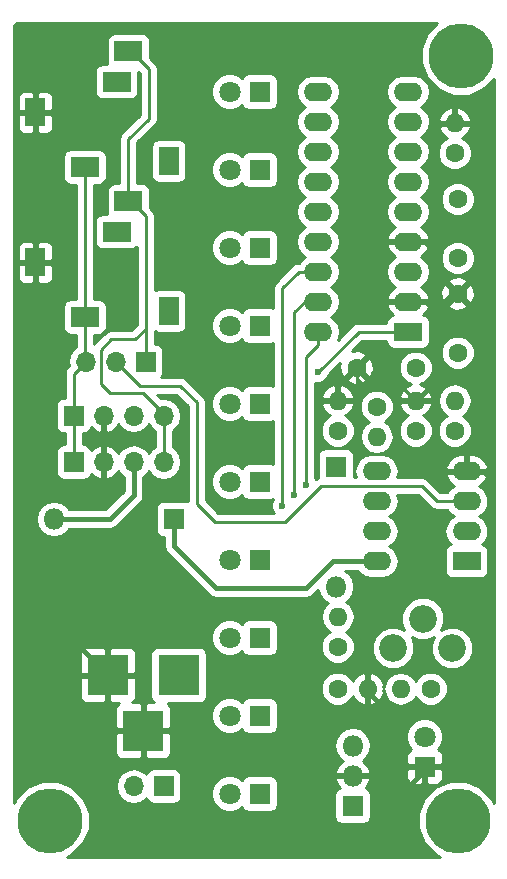
<source format=gbr>
G04 #@! TF.FileFunction,Copper,L2,Bot,Signal*
%FSLAX46Y46*%
G04 Gerber Fmt 4.6, Leading zero omitted, Abs format (unit mm)*
G04 Created by KiCad (PCBNEW 4.0.2-stable) date 19/08/2017 21:27:20*
%MOMM*%
G01*
G04 APERTURE LIST*
%ADD10C,0.100000*%
%ADD11C,2.340000*%
%ADD12R,2.400000X1.600000*%
%ADD13O,2.400000X1.600000*%
%ADD14R,1.700000X1.700000*%
%ADD15O,1.700000X1.700000*%
%ADD16C,1.600000*%
%ADD17R,2.400000X1.700000*%
%ADD18R,1.700000X2.400000*%
%ADD19O,1.600000X1.600000*%
%ADD20R,1.800000X1.800000*%
%ADD21O,1.800000X1.800000*%
%ADD22C,1.800000*%
%ADD23R,3.500000X3.500000*%
%ADD24C,5.500000*%
%ADD25C,0.600000*%
%ADD26C,0.400000*%
%ADD27C,0.250000*%
%ADD28C,0.254000*%
G04 APERTURE END LIST*
D10*
D11*
X155749000Y-128905000D03*
X153249000Y-126405000D03*
X150749000Y-128905000D03*
D12*
X156972000Y-121539000D03*
D13*
X149352000Y-113919000D03*
X156972000Y-118999000D03*
X149352000Y-116459000D03*
X156972000Y-116459000D03*
X149352000Y-118999000D03*
X156972000Y-113919000D03*
X149352000Y-121539000D03*
D14*
X123698000Y-113157000D03*
D15*
X126238000Y-113157000D03*
X128778000Y-113157000D03*
X131318000Y-113157000D03*
D12*
X152019000Y-102108000D03*
D13*
X144399000Y-81788000D03*
X152019000Y-99568000D03*
X144399000Y-84328000D03*
X152019000Y-97028000D03*
X144399000Y-86868000D03*
X152019000Y-94488000D03*
X144399000Y-89408000D03*
X152019000Y-91948000D03*
X144399000Y-91948000D03*
X152019000Y-89408000D03*
X144399000Y-94488000D03*
X152019000Y-86868000D03*
X144399000Y-97028000D03*
X152019000Y-84328000D03*
X144399000Y-99568000D03*
X152019000Y-81788000D03*
X144399000Y-102108000D03*
D16*
X152654000Y-105156000D03*
X147654000Y-105156000D03*
D17*
X128345000Y-78359000D03*
X127345000Y-80959000D03*
D18*
X120445000Y-83559000D03*
X131745000Y-87659000D03*
D17*
X124645000Y-88159000D03*
D14*
X123698000Y-109220000D03*
D15*
X126238000Y-109220000D03*
X128778000Y-109220000D03*
X131318000Y-109220000D03*
D16*
X146050000Y-110490000D03*
D19*
X146050000Y-107950000D03*
D16*
X152654000Y-110490000D03*
D19*
X152654000Y-107950000D03*
D20*
X132207000Y-117983000D03*
D21*
X122047000Y-117983000D03*
D16*
X156210000Y-95885000D03*
X156210000Y-90885000D03*
X156210000Y-103886000D03*
X156210000Y-98886000D03*
D20*
X153416000Y-138938000D03*
D22*
X153416000Y-136398000D03*
D20*
X145923000Y-113538000D03*
D21*
X145923000Y-123698000D03*
D20*
X139446000Y-141224000D03*
D22*
X136906000Y-141224000D03*
D20*
X139446000Y-134620000D03*
D22*
X136906000Y-134620000D03*
D20*
X139446000Y-128016000D03*
D22*
X136906000Y-128016000D03*
D20*
X139446000Y-121412000D03*
D22*
X136906000Y-121412000D03*
D20*
X139446000Y-114808000D03*
D22*
X136906000Y-114808000D03*
D20*
X139446000Y-108204000D03*
D22*
X136906000Y-108204000D03*
D20*
X139446000Y-101600000D03*
D22*
X136906000Y-101600000D03*
D20*
X139446000Y-94996000D03*
D22*
X136906000Y-94996000D03*
D20*
X139446000Y-88392000D03*
D22*
X136906000Y-88392000D03*
D20*
X139446000Y-81788000D03*
D22*
X136906000Y-81788000D03*
D17*
X128345000Y-91059000D03*
X127345000Y-93659000D03*
D18*
X120445000Y-96259000D03*
X131745000Y-100359000D03*
D17*
X124645000Y-100859000D03*
D14*
X129794000Y-104648000D03*
D15*
X127254000Y-104648000D03*
X124714000Y-104648000D03*
D23*
X132588000Y-131191000D03*
X126588000Y-131191000D03*
X129588000Y-135891000D03*
D14*
X131318000Y-140589000D03*
D15*
X128778000Y-140589000D03*
D16*
X146050000Y-132334000D03*
D19*
X148590000Y-132334000D03*
D16*
X146050000Y-128778000D03*
D19*
X146050000Y-126238000D03*
D16*
X155956000Y-86995000D03*
D19*
X155956000Y-84455000D03*
D16*
X155956000Y-110490000D03*
D19*
X155956000Y-107950000D03*
D16*
X149352000Y-108458000D03*
D19*
X149352000Y-110998000D03*
D16*
X153924000Y-132334000D03*
D19*
X151384000Y-132334000D03*
D20*
X147320000Y-142240000D03*
D21*
X147320000Y-139700000D03*
X147320000Y-137160000D03*
D24*
X121666000Y-143510000D03*
X156464000Y-78740000D03*
X156210000Y-143510000D03*
D25*
X144399000Y-105537000D03*
X143383000Y-115062000D03*
X142367000Y-115951000D03*
X141351000Y-116840000D03*
D26*
X132207000Y-117983000D02*
X132207000Y-120269000D01*
X145669000Y-121539000D02*
X149352000Y-121539000D01*
X143383000Y-123825000D02*
X145669000Y-121539000D01*
X135763000Y-123825000D02*
X143383000Y-123825000D01*
X132207000Y-120269000D02*
X135763000Y-123825000D01*
X122047000Y-117983000D02*
X126746000Y-117983000D01*
X128778000Y-115951000D02*
X128778000Y-113157000D01*
X126746000Y-117983000D02*
X128778000Y-115951000D01*
X126238000Y-109220000D02*
X126238000Y-113157000D01*
X126238000Y-113157000D02*
X126238000Y-114427000D01*
X120904000Y-115697000D02*
X120445000Y-116156000D01*
X124968000Y-115697000D02*
X120904000Y-115697000D01*
X126238000Y-114427000D02*
X124968000Y-115697000D01*
X153416000Y-138938000D02*
X153416000Y-139192000D01*
X153416000Y-139192000D02*
X150177500Y-142430500D01*
X150177500Y-142430500D02*
X150114000Y-142494000D01*
X147320000Y-139700000D02*
X148844000Y-139700000D01*
X148844000Y-139700000D02*
X150114000Y-140970000D01*
X148590000Y-132334000D02*
X148590000Y-132588000D01*
X148590000Y-132588000D02*
X150114000Y-134112000D01*
X150114000Y-134112000D02*
X150114000Y-140970000D01*
X150114000Y-140970000D02*
X150114000Y-142494000D01*
X150114000Y-142494000D02*
X150114000Y-143764000D01*
X150114000Y-143764000D02*
X147955000Y-145923000D01*
X147955000Y-145923000D02*
X128016000Y-145923000D01*
X128016000Y-145923000D02*
X126588000Y-144495000D01*
X126588000Y-144495000D02*
X126588000Y-135224000D01*
X154432000Y-106172000D02*
X157734000Y-106172000D01*
X158877000Y-107315000D02*
X158877000Y-115062000D01*
X157734000Y-106172000D02*
X158877000Y-107315000D01*
X153416000Y-138938000D02*
X155956000Y-138938000D01*
X158877000Y-136017000D02*
X158877000Y-115062000D01*
X155956000Y-138938000D02*
X158877000Y-136017000D01*
X158369000Y-113919000D02*
X156972000Y-113919000D01*
X158877000Y-115062000D02*
X158877000Y-114427000D01*
X158877000Y-114427000D02*
X158369000Y-113919000D01*
X120445000Y-83559000D02*
X120445000Y-96259000D01*
X120445000Y-96259000D02*
X120445000Y-116156000D01*
X120445000Y-116156000D02*
X120445000Y-125048000D01*
X120445000Y-125048000D02*
X126588000Y-131191000D01*
X152019000Y-94488000D02*
X153416000Y-94488000D01*
X153416000Y-94488000D02*
X154432000Y-95504000D01*
X156210000Y-98886000D02*
X155749000Y-98886000D01*
X155749000Y-98886000D02*
X154432000Y-100203000D01*
X154432000Y-100711000D02*
X154432000Y-100203000D01*
X154432000Y-100203000D02*
X154432000Y-95504000D01*
X154432000Y-95504000D02*
X154432000Y-84836000D01*
X154813000Y-84455000D02*
X155956000Y-84455000D01*
X154432000Y-84836000D02*
X154813000Y-84455000D01*
X152654000Y-107950000D02*
X154432000Y-106172000D01*
X153543000Y-99568000D02*
X152019000Y-99568000D01*
X154432000Y-100457000D02*
X153543000Y-99568000D01*
X154432000Y-106172000D02*
X154432000Y-100711000D01*
X154432000Y-100711000D02*
X154432000Y-100457000D01*
D27*
X147654000Y-105156000D02*
X147654000Y-106125000D01*
X147654000Y-106125000D02*
X148336000Y-106807000D01*
X148336000Y-106807000D02*
X151511000Y-106807000D01*
X151511000Y-106807000D02*
X152654000Y-107950000D01*
D26*
X129588000Y-135891000D02*
X127255000Y-135891000D01*
X127255000Y-135891000D02*
X126588000Y-135224000D01*
X126588000Y-135224000D02*
X126588000Y-131191000D01*
D27*
X146050000Y-107950000D02*
X147193000Y-107950000D01*
X147654000Y-107489000D02*
X147654000Y-105156000D01*
X147193000Y-107950000D02*
X147654000Y-107489000D01*
X147701000Y-105203000D02*
X147654000Y-105156000D01*
X144399000Y-105537000D02*
X147828000Y-102108000D01*
X147828000Y-102108000D02*
X152019000Y-102108000D01*
X144399000Y-102108000D02*
X144399000Y-103251000D01*
X143383000Y-104267000D02*
X143383000Y-115062000D01*
X144399000Y-103251000D02*
X143383000Y-104267000D01*
X144399000Y-99568000D02*
X143256000Y-99568000D01*
X143256000Y-99568000D02*
X142367000Y-100457000D01*
X142367000Y-100457000D02*
X142367000Y-115951000D01*
X144399000Y-97028000D02*
X142748000Y-97028000D01*
X141351000Y-98425000D02*
X141351000Y-116840000D01*
X142748000Y-97028000D02*
X141351000Y-98425000D01*
X131318000Y-109220000D02*
X131318000Y-109093000D01*
X131318000Y-109093000D02*
X129540000Y-107315000D01*
X128905000Y-102743000D02*
X129794000Y-101854000D01*
X126873000Y-102743000D02*
X128905000Y-102743000D01*
X125984000Y-103632000D02*
X126873000Y-102743000D01*
X125984000Y-106553000D02*
X125984000Y-103632000D01*
X126746000Y-107315000D02*
X125984000Y-106553000D01*
X129540000Y-107315000D02*
X126746000Y-107315000D01*
X131318000Y-109220000D02*
X131318000Y-109347000D01*
X131318000Y-109220000D02*
X131318000Y-113157000D01*
X128345000Y-91059000D02*
X128524000Y-91059000D01*
X128524000Y-91059000D02*
X129794000Y-92329000D01*
X129794000Y-92329000D02*
X129794000Y-101854000D01*
X129794000Y-101854000D02*
X129794000Y-102362000D01*
X129794000Y-102362000D02*
X129794000Y-104648000D01*
X128345000Y-78359000D02*
X128524000Y-78359000D01*
X128524000Y-78359000D02*
X130048000Y-79883000D01*
X130048000Y-79883000D02*
X130048000Y-84074000D01*
X130048000Y-84074000D02*
X128345000Y-85777000D01*
X128345000Y-85777000D02*
X128345000Y-91059000D01*
X123698000Y-109220000D02*
X123698000Y-105664000D01*
X123698000Y-105664000D02*
X124714000Y-104648000D01*
X123698000Y-113157000D02*
X123698000Y-109220000D01*
X124645000Y-100859000D02*
X124645000Y-104579000D01*
X124645000Y-104579000D02*
X124714000Y-104648000D01*
X124645000Y-88159000D02*
X124645000Y-100859000D01*
X156972000Y-116459000D02*
X154432000Y-116459000D01*
X154432000Y-116459000D02*
X153162000Y-115189000D01*
X153162000Y-115189000D02*
X144653000Y-115189000D01*
X144653000Y-115189000D02*
X141605000Y-118237000D01*
X141605000Y-118237000D02*
X135636000Y-118237000D01*
X135636000Y-118237000D02*
X134112000Y-116713000D01*
X134112000Y-116713000D02*
X134112000Y-108077000D01*
X134112000Y-108077000D02*
X132715000Y-106680000D01*
X132715000Y-106680000D02*
X129286000Y-106680000D01*
X129286000Y-106680000D02*
X127254000Y-104648000D01*
D28*
G36*
X153596010Y-76820048D02*
X153079589Y-78063728D01*
X153078414Y-79410364D01*
X153592663Y-80654943D01*
X154544048Y-81607990D01*
X155787728Y-82124411D01*
X157134364Y-82125586D01*
X158378943Y-81611337D01*
X159258000Y-80733813D01*
X159258000Y-142022615D01*
X159081337Y-141595057D01*
X158129952Y-140642010D01*
X156886272Y-140125589D01*
X155539636Y-140124414D01*
X154295057Y-140638663D01*
X153342010Y-141590048D01*
X152825589Y-142833728D01*
X152824414Y-144180364D01*
X153338663Y-145424943D01*
X154290048Y-146377990D01*
X154723560Y-146558000D01*
X123153385Y-146558000D01*
X123580943Y-146381337D01*
X124533990Y-145429952D01*
X125050411Y-144186272D01*
X125051586Y-142839636D01*
X124537337Y-141595057D01*
X123585952Y-140642010D01*
X123388226Y-140559907D01*
X127293000Y-140559907D01*
X127293000Y-140618093D01*
X127406039Y-141186378D01*
X127727946Y-141668147D01*
X128209715Y-141990054D01*
X128778000Y-142103093D01*
X129346285Y-141990054D01*
X129828054Y-141668147D01*
X129855850Y-141626548D01*
X129864838Y-141674317D01*
X130003910Y-141890441D01*
X130216110Y-142035431D01*
X130468000Y-142086440D01*
X132168000Y-142086440D01*
X132403317Y-142042162D01*
X132619441Y-141903090D01*
X132764431Y-141690890D01*
X132797418Y-141527991D01*
X135370735Y-141527991D01*
X135603932Y-142092371D01*
X136035357Y-142524551D01*
X136599330Y-142758733D01*
X137209991Y-142759265D01*
X137774371Y-142526068D01*
X137942613Y-142358120D01*
X137942838Y-142359317D01*
X138081910Y-142575441D01*
X138294110Y-142720431D01*
X138546000Y-142771440D01*
X140346000Y-142771440D01*
X140581317Y-142727162D01*
X140797441Y-142588090D01*
X140942431Y-142375890D01*
X140993440Y-142124000D01*
X140993440Y-141340000D01*
X145772560Y-141340000D01*
X145772560Y-143140000D01*
X145816838Y-143375317D01*
X145955910Y-143591441D01*
X146168110Y-143736431D01*
X146420000Y-143787440D01*
X148220000Y-143787440D01*
X148455317Y-143743162D01*
X148671441Y-143604090D01*
X148816431Y-143391890D01*
X148867440Y-143140000D01*
X148867440Y-141340000D01*
X148823162Y-141104683D01*
X148684090Y-140888559D01*
X148471890Y-140743569D01*
X148420854Y-140733234D01*
X148557966Y-140607576D01*
X148811046Y-140064742D01*
X148690997Y-139827000D01*
X147447000Y-139827000D01*
X147447000Y-139847000D01*
X147193000Y-139847000D01*
X147193000Y-139827000D01*
X145949003Y-139827000D01*
X145828954Y-140064742D01*
X146082034Y-140607576D01*
X146216538Y-140730844D01*
X146184683Y-140736838D01*
X145968559Y-140875910D01*
X145823569Y-141088110D01*
X145772560Y-141340000D01*
X140993440Y-141340000D01*
X140993440Y-140324000D01*
X140949162Y-140088683D01*
X140810090Y-139872559D01*
X140597890Y-139727569D01*
X140346000Y-139676560D01*
X138546000Y-139676560D01*
X138310683Y-139720838D01*
X138094559Y-139859910D01*
X137949569Y-140072110D01*
X137945433Y-140092534D01*
X137776643Y-139923449D01*
X137212670Y-139689267D01*
X136602009Y-139688735D01*
X136037629Y-139921932D01*
X135605449Y-140353357D01*
X135371267Y-140917330D01*
X135370735Y-141527991D01*
X132797418Y-141527991D01*
X132815440Y-141439000D01*
X132815440Y-139739000D01*
X132771162Y-139503683D01*
X132632090Y-139287559D01*
X132419890Y-139142569D01*
X132168000Y-139091560D01*
X130468000Y-139091560D01*
X130232683Y-139135838D01*
X130016559Y-139274910D01*
X129871569Y-139487110D01*
X129857914Y-139554541D01*
X129828054Y-139509853D01*
X129346285Y-139187946D01*
X128778000Y-139074907D01*
X128209715Y-139187946D01*
X127727946Y-139509853D01*
X127406039Y-139991622D01*
X127293000Y-140559907D01*
X123388226Y-140559907D01*
X122342272Y-140125589D01*
X120995636Y-140124414D01*
X119751057Y-140638663D01*
X118798010Y-141590048D01*
X118618000Y-142023560D01*
X118618000Y-136176750D01*
X127203000Y-136176750D01*
X127203000Y-137767310D01*
X127299673Y-138000699D01*
X127478302Y-138179327D01*
X127711691Y-138276000D01*
X129302250Y-138276000D01*
X129461000Y-138117250D01*
X129461000Y-136018000D01*
X129715000Y-136018000D01*
X129715000Y-138117250D01*
X129873750Y-138276000D01*
X131464309Y-138276000D01*
X131697698Y-138179327D01*
X131876327Y-138000699D01*
X131973000Y-137767310D01*
X131973000Y-137129928D01*
X145785000Y-137129928D01*
X145785000Y-137190072D01*
X145901845Y-137777491D01*
X146234591Y-138275481D01*
X146472582Y-138434501D01*
X146082034Y-138792424D01*
X145828954Y-139335258D01*
X145949003Y-139573000D01*
X147193000Y-139573000D01*
X147193000Y-139553000D01*
X147447000Y-139553000D01*
X147447000Y-139573000D01*
X148690997Y-139573000D01*
X148811046Y-139335258D01*
X148759059Y-139223750D01*
X151881000Y-139223750D01*
X151881000Y-139964309D01*
X151977673Y-140197698D01*
X152156301Y-140376327D01*
X152389690Y-140473000D01*
X153130250Y-140473000D01*
X153289000Y-140314250D01*
X153289000Y-139065000D01*
X153543000Y-139065000D01*
X153543000Y-140314250D01*
X153701750Y-140473000D01*
X154442310Y-140473000D01*
X154675699Y-140376327D01*
X154854327Y-140197698D01*
X154951000Y-139964309D01*
X154951000Y-139223750D01*
X154792250Y-139065000D01*
X153543000Y-139065000D01*
X153289000Y-139065000D01*
X152039750Y-139065000D01*
X151881000Y-139223750D01*
X148759059Y-139223750D01*
X148557966Y-138792424D01*
X148167418Y-138434501D01*
X148405409Y-138275481D01*
X148738155Y-137777491D01*
X148855000Y-137190072D01*
X148855000Y-137129928D01*
X148769878Y-136701991D01*
X151880735Y-136701991D01*
X152113932Y-137266371D01*
X152291092Y-137443841D01*
X152156301Y-137499673D01*
X151977673Y-137678302D01*
X151881000Y-137911691D01*
X151881000Y-138652250D01*
X152039750Y-138811000D01*
X153289000Y-138811000D01*
X153289000Y-138791000D01*
X153543000Y-138791000D01*
X153543000Y-138811000D01*
X154792250Y-138811000D01*
X154951000Y-138652250D01*
X154951000Y-137911691D01*
X154854327Y-137678302D01*
X154675699Y-137499673D01*
X154541006Y-137443881D01*
X154716551Y-137268643D01*
X154950733Y-136704670D01*
X154951265Y-136094009D01*
X154718068Y-135529629D01*
X154286643Y-135097449D01*
X153722670Y-134863267D01*
X153112009Y-134862735D01*
X152547629Y-135095932D01*
X152115449Y-135527357D01*
X151881267Y-136091330D01*
X151880735Y-136701991D01*
X148769878Y-136701991D01*
X148738155Y-136542509D01*
X148405409Y-136044519D01*
X147907419Y-135711773D01*
X147320000Y-135594928D01*
X146732581Y-135711773D01*
X146234591Y-136044519D01*
X145901845Y-136542509D01*
X145785000Y-137129928D01*
X131973000Y-137129928D01*
X131973000Y-136176750D01*
X131814250Y-136018000D01*
X129715000Y-136018000D01*
X129461000Y-136018000D01*
X127361750Y-136018000D01*
X127203000Y-136176750D01*
X118618000Y-136176750D01*
X118618000Y-131476750D01*
X124203000Y-131476750D01*
X124203000Y-133067310D01*
X124299673Y-133300699D01*
X124478302Y-133479327D01*
X124711691Y-133576000D01*
X126302250Y-133576000D01*
X126461000Y-133417250D01*
X126461000Y-131318000D01*
X126715000Y-131318000D01*
X126715000Y-133417250D01*
X126873750Y-133576000D01*
X127542696Y-133576000D01*
X127478302Y-133602673D01*
X127299673Y-133781301D01*
X127203000Y-134014690D01*
X127203000Y-135605250D01*
X127361750Y-135764000D01*
X129461000Y-135764000D01*
X129461000Y-133664750D01*
X129715000Y-133664750D01*
X129715000Y-135764000D01*
X131814250Y-135764000D01*
X131973000Y-135605250D01*
X131973000Y-134923991D01*
X135370735Y-134923991D01*
X135603932Y-135488371D01*
X136035357Y-135920551D01*
X136599330Y-136154733D01*
X137209991Y-136155265D01*
X137774371Y-135922068D01*
X137942613Y-135754120D01*
X137942838Y-135755317D01*
X138081910Y-135971441D01*
X138294110Y-136116431D01*
X138546000Y-136167440D01*
X140346000Y-136167440D01*
X140581317Y-136123162D01*
X140797441Y-135984090D01*
X140942431Y-135771890D01*
X140993440Y-135520000D01*
X140993440Y-133720000D01*
X140949162Y-133484683D01*
X140810090Y-133268559D01*
X140597890Y-133123569D01*
X140346000Y-133072560D01*
X138546000Y-133072560D01*
X138310683Y-133116838D01*
X138094559Y-133255910D01*
X137949569Y-133468110D01*
X137945433Y-133488534D01*
X137776643Y-133319449D01*
X137212670Y-133085267D01*
X136602009Y-133084735D01*
X136037629Y-133317932D01*
X135605449Y-133749357D01*
X135371267Y-134313330D01*
X135370735Y-134923991D01*
X131973000Y-134923991D01*
X131973000Y-134014690D01*
X131876327Y-133781301D01*
X131697698Y-133602673D01*
X131663337Y-133588440D01*
X134338000Y-133588440D01*
X134573317Y-133544162D01*
X134789441Y-133405090D01*
X134934431Y-133192890D01*
X134985440Y-132941000D01*
X134985440Y-132618187D01*
X144614752Y-132618187D01*
X144832757Y-133145800D01*
X145236077Y-133549824D01*
X145763309Y-133768750D01*
X146334187Y-133769248D01*
X146861800Y-133551243D01*
X147265824Y-133147923D01*
X147328313Y-132997432D01*
X147358959Y-133071423D01*
X147734866Y-133486389D01*
X148240959Y-133725914D01*
X148463000Y-133604629D01*
X148463000Y-132461000D01*
X148443000Y-132461000D01*
X148443000Y-132207000D01*
X148463000Y-132207000D01*
X148463000Y-131063371D01*
X148717000Y-131063371D01*
X148717000Y-132207000D01*
X148737000Y-132207000D01*
X148737000Y-132461000D01*
X148717000Y-132461000D01*
X148717000Y-133604629D01*
X148939041Y-133725914D01*
X149445134Y-133486389D01*
X149821041Y-133071423D01*
X149981904Y-132683039D01*
X149859916Y-132461002D01*
X149946149Y-132461002D01*
X150030120Y-132883151D01*
X150341189Y-133348698D01*
X150806736Y-133659767D01*
X151355887Y-133769000D01*
X151412113Y-133769000D01*
X151961264Y-133659767D01*
X152426811Y-133348698D01*
X152651592Y-133012290D01*
X152706757Y-133145800D01*
X153110077Y-133549824D01*
X153637309Y-133768750D01*
X154208187Y-133769248D01*
X154735800Y-133551243D01*
X155139824Y-133147923D01*
X155358750Y-132620691D01*
X155359248Y-132049813D01*
X155141243Y-131522200D01*
X154737923Y-131118176D01*
X154210691Y-130899250D01*
X153639813Y-130898752D01*
X153112200Y-131116757D01*
X152708176Y-131520077D01*
X152651755Y-131655954D01*
X152426811Y-131319302D01*
X151961264Y-131008233D01*
X151412113Y-130899000D01*
X151355887Y-130899000D01*
X150806736Y-131008233D01*
X150341189Y-131319302D01*
X150030120Y-131784849D01*
X149946149Y-132206998D01*
X149859916Y-132206998D01*
X149981904Y-131984961D01*
X149821041Y-131596577D01*
X149445134Y-131181611D01*
X148939041Y-130942086D01*
X148717000Y-131063371D01*
X148463000Y-131063371D01*
X148240959Y-130942086D01*
X147734866Y-131181611D01*
X147358959Y-131596577D01*
X147328430Y-131670285D01*
X147267243Y-131522200D01*
X146863923Y-131118176D01*
X146336691Y-130899250D01*
X145765813Y-130898752D01*
X145238200Y-131116757D01*
X144834176Y-131520077D01*
X144615250Y-132047309D01*
X144614752Y-132618187D01*
X134985440Y-132618187D01*
X134985440Y-129441000D01*
X134941162Y-129205683D01*
X134802090Y-128989559D01*
X134589890Y-128844569D01*
X134338000Y-128793560D01*
X130838000Y-128793560D01*
X130602683Y-128837838D01*
X130386559Y-128976910D01*
X130241569Y-129189110D01*
X130190560Y-129441000D01*
X130190560Y-132941000D01*
X130234838Y-133176317D01*
X130373910Y-133392441D01*
X130540109Y-133506000D01*
X129873750Y-133506000D01*
X129715000Y-133664750D01*
X129461000Y-133664750D01*
X129302250Y-133506000D01*
X128633304Y-133506000D01*
X128697698Y-133479327D01*
X128876327Y-133300699D01*
X128973000Y-133067310D01*
X128973000Y-131476750D01*
X128814250Y-131318000D01*
X126715000Y-131318000D01*
X126461000Y-131318000D01*
X124361750Y-131318000D01*
X124203000Y-131476750D01*
X118618000Y-131476750D01*
X118618000Y-129314690D01*
X124203000Y-129314690D01*
X124203000Y-130905250D01*
X124361750Y-131064000D01*
X126461000Y-131064000D01*
X126461000Y-128964750D01*
X126715000Y-128964750D01*
X126715000Y-131064000D01*
X128814250Y-131064000D01*
X128973000Y-130905250D01*
X128973000Y-129314690D01*
X128876327Y-129081301D01*
X128697698Y-128902673D01*
X128464309Y-128806000D01*
X126873750Y-128806000D01*
X126715000Y-128964750D01*
X126461000Y-128964750D01*
X126302250Y-128806000D01*
X124711691Y-128806000D01*
X124478302Y-128902673D01*
X124299673Y-129081301D01*
X124203000Y-129314690D01*
X118618000Y-129314690D01*
X118618000Y-128319991D01*
X135370735Y-128319991D01*
X135603932Y-128884371D01*
X136035357Y-129316551D01*
X136599330Y-129550733D01*
X137209991Y-129551265D01*
X137774371Y-129318068D01*
X137942613Y-129150120D01*
X137942838Y-129151317D01*
X138081910Y-129367441D01*
X138294110Y-129512431D01*
X138546000Y-129563440D01*
X140346000Y-129563440D01*
X140581317Y-129519162D01*
X140797441Y-129380090D01*
X140942431Y-129167890D01*
X140993440Y-128916000D01*
X140993440Y-127116000D01*
X140949162Y-126880683D01*
X140810090Y-126664559D01*
X140597890Y-126519569D01*
X140346000Y-126468560D01*
X138546000Y-126468560D01*
X138310683Y-126512838D01*
X138094559Y-126651910D01*
X137949569Y-126864110D01*
X137945433Y-126884534D01*
X137776643Y-126715449D01*
X137212670Y-126481267D01*
X136602009Y-126480735D01*
X136037629Y-126713932D01*
X135605449Y-127145357D01*
X135371267Y-127709330D01*
X135370735Y-128319991D01*
X118618000Y-128319991D01*
X118618000Y-117983000D01*
X120481928Y-117983000D01*
X120598773Y-118570419D01*
X120931519Y-119068409D01*
X121429509Y-119401155D01*
X122016928Y-119518000D01*
X122077072Y-119518000D01*
X122664491Y-119401155D01*
X123162481Y-119068409D01*
X123329799Y-118818000D01*
X126746000Y-118818000D01*
X127065541Y-118754439D01*
X127336434Y-118573434D01*
X129368434Y-116541434D01*
X129549439Y-116270541D01*
X129613000Y-115951000D01*
X129613000Y-114379841D01*
X129828054Y-114236147D01*
X130048000Y-113906974D01*
X130267946Y-114236147D01*
X130749715Y-114558054D01*
X131318000Y-114671093D01*
X131886285Y-114558054D01*
X132368054Y-114236147D01*
X132689961Y-113754378D01*
X132803000Y-113186093D01*
X132803000Y-113127907D01*
X132689961Y-112559622D01*
X132368054Y-112077853D01*
X132078000Y-111884046D01*
X132078000Y-110492954D01*
X132368054Y-110299147D01*
X132689961Y-109817378D01*
X132803000Y-109249093D01*
X132803000Y-109190907D01*
X132689961Y-108622622D01*
X132368054Y-108140853D01*
X131886285Y-107818946D01*
X131318000Y-107705907D01*
X131057521Y-107757719D01*
X130739802Y-107440000D01*
X132400198Y-107440000D01*
X133352000Y-108391802D01*
X133352000Y-116485174D01*
X133107000Y-116435560D01*
X131307000Y-116435560D01*
X131071683Y-116479838D01*
X130855559Y-116618910D01*
X130710569Y-116831110D01*
X130659560Y-117083000D01*
X130659560Y-118883000D01*
X130703838Y-119118317D01*
X130842910Y-119334441D01*
X131055110Y-119479431D01*
X131307000Y-119530440D01*
X131372000Y-119530440D01*
X131372000Y-120269000D01*
X131435561Y-120588541D01*
X131616566Y-120859434D01*
X135172566Y-124415434D01*
X135443459Y-124596439D01*
X135763000Y-124660000D01*
X143383000Y-124660000D01*
X143702541Y-124596439D01*
X143973434Y-124415434D01*
X144433260Y-123955608D01*
X144504845Y-124315491D01*
X144837591Y-124813481D01*
X145222080Y-125070388D01*
X145035302Y-125195189D01*
X144724233Y-125660736D01*
X144615000Y-126209887D01*
X144615000Y-126266113D01*
X144724233Y-126815264D01*
X145035302Y-127280811D01*
X145371710Y-127505592D01*
X145238200Y-127560757D01*
X144834176Y-127964077D01*
X144615250Y-128491309D01*
X144614752Y-129062187D01*
X144832757Y-129589800D01*
X145236077Y-129993824D01*
X145763309Y-130212750D01*
X146334187Y-130213248D01*
X146861800Y-129995243D01*
X147265824Y-129591923D01*
X147402628Y-129262462D01*
X148943687Y-129262462D01*
X149217903Y-129926115D01*
X149725215Y-130434312D01*
X150388388Y-130709686D01*
X151106462Y-130710313D01*
X151770115Y-130436097D01*
X152278312Y-129928785D01*
X152553686Y-129265612D01*
X152554313Y-128547538D01*
X152316615Y-127972265D01*
X152888388Y-128209686D01*
X153606462Y-128210313D01*
X154181735Y-127972615D01*
X153944314Y-128544388D01*
X153943687Y-129262462D01*
X154217903Y-129926115D01*
X154725215Y-130434312D01*
X155388388Y-130709686D01*
X156106462Y-130710313D01*
X156770115Y-130436097D01*
X157278312Y-129928785D01*
X157553686Y-129265612D01*
X157554313Y-128547538D01*
X157280097Y-127883885D01*
X156772785Y-127375688D01*
X156109612Y-127100314D01*
X155391538Y-127099687D01*
X154816265Y-127337385D01*
X155053686Y-126765612D01*
X155054313Y-126047538D01*
X154780097Y-125383885D01*
X154272785Y-124875688D01*
X153609612Y-124600314D01*
X152891538Y-124599687D01*
X152227885Y-124873903D01*
X151719688Y-125381215D01*
X151444314Y-126044388D01*
X151443687Y-126762462D01*
X151681385Y-127337735D01*
X151109612Y-127100314D01*
X150391538Y-127099687D01*
X149727885Y-127373903D01*
X149219688Y-127881215D01*
X148944314Y-128544388D01*
X148943687Y-129262462D01*
X147402628Y-129262462D01*
X147484750Y-129064691D01*
X147485248Y-128493813D01*
X147267243Y-127966200D01*
X146863923Y-127562176D01*
X146728046Y-127505755D01*
X147064698Y-127280811D01*
X147375767Y-126815264D01*
X147485000Y-126266113D01*
X147485000Y-126209887D01*
X147375767Y-125660736D01*
X147064698Y-125195189D01*
X146750920Y-124985529D01*
X147008409Y-124813481D01*
X147341155Y-124315491D01*
X147458000Y-123728072D01*
X147458000Y-123667928D01*
X147341155Y-123080509D01*
X147008409Y-122582519D01*
X146696338Y-122374000D01*
X147781281Y-122374000D01*
X147901352Y-122553698D01*
X148366899Y-122864767D01*
X148916050Y-122974000D01*
X149787950Y-122974000D01*
X150337101Y-122864767D01*
X150802648Y-122553698D01*
X151113717Y-122088151D01*
X151222950Y-121539000D01*
X151113717Y-120989849D01*
X150802648Y-120524302D01*
X150420562Y-120269000D01*
X150802648Y-120013698D01*
X151113717Y-119548151D01*
X151222950Y-118999000D01*
X151113717Y-118449849D01*
X150802648Y-117984302D01*
X150420562Y-117729000D01*
X150802648Y-117473698D01*
X151113717Y-117008151D01*
X151222950Y-116459000D01*
X151121505Y-115949000D01*
X152847198Y-115949000D01*
X153894599Y-116996401D01*
X154141160Y-117161148D01*
X154432000Y-117219000D01*
X155351168Y-117219000D01*
X155521352Y-117473698D01*
X155903438Y-117729000D01*
X155521352Y-117984302D01*
X155210283Y-118449849D01*
X155101050Y-118999000D01*
X155210283Y-119548151D01*
X155521352Y-120013698D01*
X155667350Y-120111251D01*
X155536683Y-120135838D01*
X155320559Y-120274910D01*
X155175569Y-120487110D01*
X155124560Y-120739000D01*
X155124560Y-122339000D01*
X155168838Y-122574317D01*
X155307910Y-122790441D01*
X155520110Y-122935431D01*
X155772000Y-122986440D01*
X158172000Y-122986440D01*
X158407317Y-122942162D01*
X158623441Y-122803090D01*
X158768431Y-122590890D01*
X158819440Y-122339000D01*
X158819440Y-120739000D01*
X158775162Y-120503683D01*
X158636090Y-120287559D01*
X158423890Y-120142569D01*
X158274926Y-120112403D01*
X158422648Y-120013698D01*
X158733717Y-119548151D01*
X158842950Y-118999000D01*
X158733717Y-118449849D01*
X158422648Y-117984302D01*
X158040562Y-117729000D01*
X158422648Y-117473698D01*
X158733717Y-117008151D01*
X158842950Y-116459000D01*
X158733717Y-115909849D01*
X158422648Y-115444302D01*
X158044293Y-115191493D01*
X158476500Y-114843896D01*
X158746367Y-114350819D01*
X158763904Y-114268039D01*
X158641915Y-114046000D01*
X157099000Y-114046000D01*
X157099000Y-114066000D01*
X156845000Y-114066000D01*
X156845000Y-114046000D01*
X155302085Y-114046000D01*
X155180096Y-114268039D01*
X155197633Y-114350819D01*
X155467500Y-114843896D01*
X155899707Y-115191493D01*
X155521352Y-115444302D01*
X155351168Y-115699000D01*
X154746802Y-115699000D01*
X153699401Y-114651599D01*
X153452839Y-114486852D01*
X153162000Y-114429000D01*
X151121505Y-114429000D01*
X151222950Y-113919000D01*
X151153522Y-113569961D01*
X155180096Y-113569961D01*
X155302085Y-113792000D01*
X156845000Y-113792000D01*
X156845000Y-112484000D01*
X157099000Y-112484000D01*
X157099000Y-113792000D01*
X158641915Y-113792000D01*
X158763904Y-113569961D01*
X158746367Y-113487181D01*
X158476500Y-112994104D01*
X158038483Y-112641834D01*
X157499000Y-112484000D01*
X157099000Y-112484000D01*
X156845000Y-112484000D01*
X156445000Y-112484000D01*
X155905517Y-112641834D01*
X155467500Y-112994104D01*
X155197633Y-113487181D01*
X155180096Y-113569961D01*
X151153522Y-113569961D01*
X151113717Y-113369849D01*
X150802648Y-112904302D01*
X150337101Y-112593233D01*
X149787950Y-112484000D01*
X148916050Y-112484000D01*
X148366899Y-112593233D01*
X147901352Y-112904302D01*
X147590283Y-113369849D01*
X147481050Y-113919000D01*
X147582495Y-114429000D01*
X147470440Y-114429000D01*
X147470440Y-112638000D01*
X147426162Y-112402683D01*
X147287090Y-112186559D01*
X147074890Y-112041569D01*
X146823000Y-111990560D01*
X145023000Y-111990560D01*
X144787683Y-112034838D01*
X144571559Y-112173910D01*
X144426569Y-112386110D01*
X144375560Y-112638000D01*
X144375560Y-114438000D01*
X144383937Y-114482520D01*
X144362161Y-114486852D01*
X144201407Y-114594264D01*
X144176117Y-114533057D01*
X144143000Y-114499882D01*
X144143000Y-110774187D01*
X144614752Y-110774187D01*
X144832757Y-111301800D01*
X145236077Y-111705824D01*
X145763309Y-111924750D01*
X146334187Y-111925248D01*
X146861800Y-111707243D01*
X147265824Y-111303923D01*
X147484750Y-110776691D01*
X147485248Y-110205813D01*
X147267243Y-109678200D01*
X146863923Y-109274176D01*
X146713432Y-109211687D01*
X146787423Y-109181041D01*
X147202389Y-108805134D01*
X147232180Y-108742187D01*
X147916752Y-108742187D01*
X148134757Y-109269800D01*
X148538077Y-109673824D01*
X148673954Y-109730245D01*
X148337302Y-109955189D01*
X148026233Y-110420736D01*
X147917000Y-110969887D01*
X147917000Y-111026113D01*
X148026233Y-111575264D01*
X148337302Y-112040811D01*
X148802849Y-112351880D01*
X149352000Y-112461113D01*
X149901151Y-112351880D01*
X150366698Y-112040811D01*
X150677767Y-111575264D01*
X150787000Y-111026113D01*
X150787000Y-110969887D01*
X150748073Y-110774187D01*
X151218752Y-110774187D01*
X151436757Y-111301800D01*
X151840077Y-111705824D01*
X152367309Y-111924750D01*
X152938187Y-111925248D01*
X153465800Y-111707243D01*
X153869824Y-111303923D01*
X154088750Y-110776691D01*
X154088752Y-110774187D01*
X154520752Y-110774187D01*
X154738757Y-111301800D01*
X155142077Y-111705824D01*
X155669309Y-111924750D01*
X156240187Y-111925248D01*
X156767800Y-111707243D01*
X157171824Y-111303923D01*
X157390750Y-110776691D01*
X157391248Y-110205813D01*
X157173243Y-109678200D01*
X156769923Y-109274176D01*
X156634046Y-109217755D01*
X156970698Y-108992811D01*
X157281767Y-108527264D01*
X157391000Y-107978113D01*
X157391000Y-107921887D01*
X157281767Y-107372736D01*
X156970698Y-106907189D01*
X156505151Y-106596120D01*
X155956000Y-106486887D01*
X155406849Y-106596120D01*
X154941302Y-106907189D01*
X154630233Y-107372736D01*
X154521000Y-107921887D01*
X154521000Y-107978113D01*
X154630233Y-108527264D01*
X154941302Y-108992811D01*
X155277710Y-109217592D01*
X155144200Y-109272757D01*
X154740176Y-109676077D01*
X154521250Y-110203309D01*
X154520752Y-110774187D01*
X154088752Y-110774187D01*
X154089248Y-110205813D01*
X153871243Y-109678200D01*
X153467923Y-109274176D01*
X153317432Y-109211687D01*
X153391423Y-109181041D01*
X153806389Y-108805134D01*
X154045914Y-108299041D01*
X153924629Y-108077000D01*
X152781000Y-108077000D01*
X152781000Y-108097000D01*
X152527000Y-108097000D01*
X152527000Y-108077000D01*
X151383371Y-108077000D01*
X151262086Y-108299041D01*
X151501611Y-108805134D01*
X151916577Y-109181041D01*
X151990285Y-109211570D01*
X151842200Y-109272757D01*
X151438176Y-109676077D01*
X151219250Y-110203309D01*
X151218752Y-110774187D01*
X150748073Y-110774187D01*
X150677767Y-110420736D01*
X150366698Y-109955189D01*
X150030290Y-109730408D01*
X150163800Y-109675243D01*
X150567824Y-109271923D01*
X150786750Y-108744691D01*
X150787248Y-108173813D01*
X150569243Y-107646200D01*
X150165923Y-107242176D01*
X149638691Y-107023250D01*
X149067813Y-107022752D01*
X148540200Y-107240757D01*
X148136176Y-107644077D01*
X147917250Y-108171309D01*
X147916752Y-108742187D01*
X147232180Y-108742187D01*
X147441914Y-108299041D01*
X147320629Y-108077000D01*
X146177000Y-108077000D01*
X146177000Y-108097000D01*
X145923000Y-108097000D01*
X145923000Y-108077000D01*
X144779371Y-108077000D01*
X144658086Y-108299041D01*
X144897611Y-108805134D01*
X145312577Y-109181041D01*
X145386285Y-109211570D01*
X145238200Y-109272757D01*
X144834176Y-109676077D01*
X144615250Y-110203309D01*
X144614752Y-110774187D01*
X144143000Y-110774187D01*
X144143000Y-107600959D01*
X144658086Y-107600959D01*
X144779371Y-107823000D01*
X145923000Y-107823000D01*
X145923000Y-106680085D01*
X146177000Y-106680085D01*
X146177000Y-107823000D01*
X147320629Y-107823000D01*
X147441914Y-107600959D01*
X147202389Y-107094866D01*
X146787423Y-106718959D01*
X146399039Y-106558096D01*
X146177000Y-106680085D01*
X145923000Y-106680085D01*
X145700961Y-106558096D01*
X145312577Y-106718959D01*
X144897611Y-107094866D01*
X144658086Y-107600959D01*
X144143000Y-107600959D01*
X144143000Y-106443103D01*
X144212201Y-106471838D01*
X144584167Y-106472162D01*
X144927943Y-106330117D01*
X145094605Y-106163745D01*
X146825861Y-106163745D01*
X146899995Y-106409864D01*
X147437223Y-106602965D01*
X148007454Y-106575778D01*
X148408005Y-106409864D01*
X148482139Y-106163745D01*
X147654000Y-105335605D01*
X146825861Y-106163745D01*
X145094605Y-106163745D01*
X145191192Y-106067327D01*
X145333838Y-105723799D01*
X145333879Y-105676923D01*
X146283044Y-104727758D01*
X146207035Y-104939223D01*
X146234222Y-105509454D01*
X146400136Y-105910005D01*
X146646255Y-105984139D01*
X147474395Y-105156000D01*
X147833605Y-105156000D01*
X148661745Y-105984139D01*
X148907864Y-105910005D01*
X149076735Y-105440187D01*
X151218752Y-105440187D01*
X151436757Y-105967800D01*
X151840077Y-106371824D01*
X152296805Y-106561474D01*
X151916577Y-106718959D01*
X151501611Y-107094866D01*
X151262086Y-107600959D01*
X151383371Y-107823000D01*
X152527000Y-107823000D01*
X152527000Y-107803000D01*
X152781000Y-107803000D01*
X152781000Y-107823000D01*
X153924629Y-107823000D01*
X154045914Y-107600959D01*
X153806389Y-107094866D01*
X153391423Y-106718959D01*
X153010721Y-106561278D01*
X153465800Y-106373243D01*
X153869824Y-105969923D01*
X154088750Y-105442691D01*
X154089248Y-104871813D01*
X153871243Y-104344200D01*
X153697534Y-104170187D01*
X154774752Y-104170187D01*
X154992757Y-104697800D01*
X155396077Y-105101824D01*
X155923309Y-105320750D01*
X156494187Y-105321248D01*
X157021800Y-105103243D01*
X157425824Y-104699923D01*
X157644750Y-104172691D01*
X157645248Y-103601813D01*
X157427243Y-103074200D01*
X157023923Y-102670176D01*
X156496691Y-102451250D01*
X155925813Y-102450752D01*
X155398200Y-102668757D01*
X154994176Y-103072077D01*
X154775250Y-103599309D01*
X154774752Y-104170187D01*
X153697534Y-104170187D01*
X153467923Y-103940176D01*
X152940691Y-103721250D01*
X152369813Y-103720752D01*
X151842200Y-103938757D01*
X151438176Y-104342077D01*
X151219250Y-104869309D01*
X151218752Y-105440187D01*
X149076735Y-105440187D01*
X149100965Y-105372777D01*
X149073778Y-104802546D01*
X148907864Y-104401995D01*
X148661745Y-104327861D01*
X147833605Y-105156000D01*
X147474395Y-105156000D01*
X147460252Y-105141858D01*
X147639858Y-104962252D01*
X147654000Y-104976395D01*
X148482139Y-104148255D01*
X148408005Y-103902136D01*
X147870777Y-103709035D01*
X147300546Y-103736222D01*
X147256219Y-103754583D01*
X148142802Y-102868000D01*
X150171560Y-102868000D01*
X150171560Y-102908000D01*
X150215838Y-103143317D01*
X150354910Y-103359441D01*
X150567110Y-103504431D01*
X150819000Y-103555440D01*
X153219000Y-103555440D01*
X153454317Y-103511162D01*
X153670441Y-103372090D01*
X153815431Y-103159890D01*
X153866440Y-102908000D01*
X153866440Y-101308000D01*
X153822162Y-101072683D01*
X153683090Y-100856559D01*
X153470890Y-100711569D01*
X153295709Y-100676094D01*
X153523500Y-100492896D01*
X153793367Y-99999819D01*
X153810904Y-99917039D01*
X153798107Y-99893745D01*
X155381861Y-99893745D01*
X155455995Y-100139864D01*
X155993223Y-100332965D01*
X156563454Y-100305778D01*
X156964005Y-100139864D01*
X157038139Y-99893745D01*
X156210000Y-99065605D01*
X155381861Y-99893745D01*
X153798107Y-99893745D01*
X153688915Y-99695000D01*
X152146000Y-99695000D01*
X152146000Y-99715000D01*
X151892000Y-99715000D01*
X151892000Y-99695000D01*
X150349085Y-99695000D01*
X150227096Y-99917039D01*
X150244633Y-99999819D01*
X150514500Y-100492896D01*
X150741182Y-100675202D01*
X150583683Y-100704838D01*
X150367559Y-100843910D01*
X150222569Y-101056110D01*
X150171560Y-101308000D01*
X150171560Y-101348000D01*
X147828000Y-101348000D01*
X147537160Y-101405852D01*
X147290599Y-101570599D01*
X146073464Y-102787734D01*
X146160717Y-102657151D01*
X146269950Y-102108000D01*
X146160717Y-101558849D01*
X145849648Y-101093302D01*
X145467562Y-100838000D01*
X145849648Y-100582698D01*
X146160717Y-100117151D01*
X146269950Y-99568000D01*
X146160717Y-99018849D01*
X145849648Y-98553302D01*
X145467562Y-98298000D01*
X145849648Y-98042698D01*
X146160717Y-97577151D01*
X146269950Y-97028000D01*
X150148050Y-97028000D01*
X150257283Y-97577151D01*
X150568352Y-98042698D01*
X150946707Y-98295507D01*
X150514500Y-98643104D01*
X150244633Y-99136181D01*
X150227096Y-99218961D01*
X150349085Y-99441000D01*
X151892000Y-99441000D01*
X151892000Y-99421000D01*
X152146000Y-99421000D01*
X152146000Y-99441000D01*
X153688915Y-99441000D01*
X153810904Y-99218961D01*
X153793367Y-99136181D01*
X153537796Y-98669223D01*
X154763035Y-98669223D01*
X154790222Y-99239454D01*
X154956136Y-99640005D01*
X155202255Y-99714139D01*
X156030395Y-98886000D01*
X156389605Y-98886000D01*
X157217745Y-99714139D01*
X157463864Y-99640005D01*
X157656965Y-99102777D01*
X157629778Y-98532546D01*
X157463864Y-98131995D01*
X157217745Y-98057861D01*
X156389605Y-98886000D01*
X156030395Y-98886000D01*
X155202255Y-98057861D01*
X154956136Y-98131995D01*
X154763035Y-98669223D01*
X153537796Y-98669223D01*
X153523500Y-98643104D01*
X153091293Y-98295507D01*
X153469648Y-98042698D01*
X153579525Y-97878255D01*
X155381861Y-97878255D01*
X156210000Y-98706395D01*
X157038139Y-97878255D01*
X156964005Y-97632136D01*
X156426777Y-97439035D01*
X155856546Y-97466222D01*
X155455995Y-97632136D01*
X155381861Y-97878255D01*
X153579525Y-97878255D01*
X153780717Y-97577151D01*
X153889950Y-97028000D01*
X153780717Y-96478849D01*
X153573808Y-96169187D01*
X154774752Y-96169187D01*
X154992757Y-96696800D01*
X155396077Y-97100824D01*
X155923309Y-97319750D01*
X156494187Y-97320248D01*
X157021800Y-97102243D01*
X157425824Y-96698923D01*
X157644750Y-96171691D01*
X157645248Y-95600813D01*
X157427243Y-95073200D01*
X157023923Y-94669176D01*
X156496691Y-94450250D01*
X155925813Y-94449752D01*
X155398200Y-94667757D01*
X154994176Y-95071077D01*
X154775250Y-95598309D01*
X154774752Y-96169187D01*
X153573808Y-96169187D01*
X153469648Y-96013302D01*
X153091293Y-95760493D01*
X153523500Y-95412896D01*
X153793367Y-94919819D01*
X153810904Y-94837039D01*
X153688915Y-94615000D01*
X152146000Y-94615000D01*
X152146000Y-94635000D01*
X151892000Y-94635000D01*
X151892000Y-94615000D01*
X150349085Y-94615000D01*
X150227096Y-94837039D01*
X150244633Y-94919819D01*
X150514500Y-95412896D01*
X150946707Y-95760493D01*
X150568352Y-96013302D01*
X150257283Y-96478849D01*
X150148050Y-97028000D01*
X146269950Y-97028000D01*
X146160717Y-96478849D01*
X145849648Y-96013302D01*
X145467562Y-95758000D01*
X145849648Y-95502698D01*
X146160717Y-95037151D01*
X146269950Y-94488000D01*
X146160717Y-93938849D01*
X145849648Y-93473302D01*
X145467562Y-93218000D01*
X145849648Y-92962698D01*
X146160717Y-92497151D01*
X146269950Y-91948000D01*
X146160717Y-91398849D01*
X145849648Y-90933302D01*
X145467562Y-90678000D01*
X145849648Y-90422698D01*
X146160717Y-89957151D01*
X146269950Y-89408000D01*
X146160717Y-88858849D01*
X145849648Y-88393302D01*
X145467562Y-88138000D01*
X145849648Y-87882698D01*
X146160717Y-87417151D01*
X146269950Y-86868000D01*
X146160717Y-86318849D01*
X145849648Y-85853302D01*
X145467562Y-85598000D01*
X145849648Y-85342698D01*
X146160717Y-84877151D01*
X146269950Y-84328000D01*
X146160717Y-83778849D01*
X145849648Y-83313302D01*
X145467562Y-83058000D01*
X145849648Y-82802698D01*
X146160717Y-82337151D01*
X146269950Y-81788000D01*
X150148050Y-81788000D01*
X150257283Y-82337151D01*
X150568352Y-82802698D01*
X150950438Y-83058000D01*
X150568352Y-83313302D01*
X150257283Y-83778849D01*
X150148050Y-84328000D01*
X150257283Y-84877151D01*
X150568352Y-85342698D01*
X150950438Y-85598000D01*
X150568352Y-85853302D01*
X150257283Y-86318849D01*
X150148050Y-86868000D01*
X150257283Y-87417151D01*
X150568352Y-87882698D01*
X150950438Y-88138000D01*
X150568352Y-88393302D01*
X150257283Y-88858849D01*
X150148050Y-89408000D01*
X150257283Y-89957151D01*
X150568352Y-90422698D01*
X150950438Y-90678000D01*
X150568352Y-90933302D01*
X150257283Y-91398849D01*
X150148050Y-91948000D01*
X150257283Y-92497151D01*
X150568352Y-92962698D01*
X150946707Y-93215507D01*
X150514500Y-93563104D01*
X150244633Y-94056181D01*
X150227096Y-94138961D01*
X150349085Y-94361000D01*
X151892000Y-94361000D01*
X151892000Y-94341000D01*
X152146000Y-94341000D01*
X152146000Y-94361000D01*
X153688915Y-94361000D01*
X153810904Y-94138961D01*
X153793367Y-94056181D01*
X153523500Y-93563104D01*
X153091293Y-93215507D01*
X153469648Y-92962698D01*
X153780717Y-92497151D01*
X153889950Y-91948000D01*
X153780717Y-91398849D01*
X153627262Y-91169187D01*
X154774752Y-91169187D01*
X154992757Y-91696800D01*
X155396077Y-92100824D01*
X155923309Y-92319750D01*
X156494187Y-92320248D01*
X157021800Y-92102243D01*
X157425824Y-91698923D01*
X157644750Y-91171691D01*
X157645248Y-90600813D01*
X157427243Y-90073200D01*
X157023923Y-89669176D01*
X156496691Y-89450250D01*
X155925813Y-89449752D01*
X155398200Y-89667757D01*
X154994176Y-90071077D01*
X154775250Y-90598309D01*
X154774752Y-91169187D01*
X153627262Y-91169187D01*
X153469648Y-90933302D01*
X153087562Y-90678000D01*
X153469648Y-90422698D01*
X153780717Y-89957151D01*
X153889950Y-89408000D01*
X153780717Y-88858849D01*
X153469648Y-88393302D01*
X153087562Y-88138000D01*
X153469648Y-87882698D01*
X153780717Y-87417151D01*
X153808159Y-87279187D01*
X154520752Y-87279187D01*
X154738757Y-87806800D01*
X155142077Y-88210824D01*
X155669309Y-88429750D01*
X156240187Y-88430248D01*
X156767800Y-88212243D01*
X157171824Y-87808923D01*
X157390750Y-87281691D01*
X157391248Y-86710813D01*
X157173243Y-86183200D01*
X156769923Y-85779176D01*
X156619432Y-85716687D01*
X156693423Y-85686041D01*
X157108389Y-85310134D01*
X157347914Y-84804041D01*
X157226629Y-84582000D01*
X156083000Y-84582000D01*
X156083000Y-84602000D01*
X155829000Y-84602000D01*
X155829000Y-84582000D01*
X154685371Y-84582000D01*
X154564086Y-84804041D01*
X154803611Y-85310134D01*
X155218577Y-85686041D01*
X155292285Y-85716570D01*
X155144200Y-85777757D01*
X154740176Y-86181077D01*
X154521250Y-86708309D01*
X154520752Y-87279187D01*
X153808159Y-87279187D01*
X153889950Y-86868000D01*
X153780717Y-86318849D01*
X153469648Y-85853302D01*
X153087562Y-85598000D01*
X153469648Y-85342698D01*
X153780717Y-84877151D01*
X153889950Y-84328000D01*
X153845784Y-84105959D01*
X154564086Y-84105959D01*
X154685371Y-84328000D01*
X155829000Y-84328000D01*
X155829000Y-83185085D01*
X156083000Y-83185085D01*
X156083000Y-84328000D01*
X157226629Y-84328000D01*
X157347914Y-84105959D01*
X157108389Y-83599866D01*
X156693423Y-83223959D01*
X156305039Y-83063096D01*
X156083000Y-83185085D01*
X155829000Y-83185085D01*
X155606961Y-83063096D01*
X155218577Y-83223959D01*
X154803611Y-83599866D01*
X154564086Y-84105959D01*
X153845784Y-84105959D01*
X153780717Y-83778849D01*
X153469648Y-83313302D01*
X153087562Y-83058000D01*
X153469648Y-82802698D01*
X153780717Y-82337151D01*
X153889950Y-81788000D01*
X153780717Y-81238849D01*
X153469648Y-80773302D01*
X153004101Y-80462233D01*
X152454950Y-80353000D01*
X151583050Y-80353000D01*
X151033899Y-80462233D01*
X150568352Y-80773302D01*
X150257283Y-81238849D01*
X150148050Y-81788000D01*
X146269950Y-81788000D01*
X146160717Y-81238849D01*
X145849648Y-80773302D01*
X145384101Y-80462233D01*
X144834950Y-80353000D01*
X143963050Y-80353000D01*
X143413899Y-80462233D01*
X142948352Y-80773302D01*
X142637283Y-81238849D01*
X142528050Y-81788000D01*
X142637283Y-82337151D01*
X142948352Y-82802698D01*
X143330438Y-83058000D01*
X142948352Y-83313302D01*
X142637283Y-83778849D01*
X142528050Y-84328000D01*
X142637283Y-84877151D01*
X142948352Y-85342698D01*
X143330438Y-85598000D01*
X142948352Y-85853302D01*
X142637283Y-86318849D01*
X142528050Y-86868000D01*
X142637283Y-87417151D01*
X142948352Y-87882698D01*
X143330438Y-88138000D01*
X142948352Y-88393302D01*
X142637283Y-88858849D01*
X142528050Y-89408000D01*
X142637283Y-89957151D01*
X142948352Y-90422698D01*
X143330438Y-90678000D01*
X142948352Y-90933302D01*
X142637283Y-91398849D01*
X142528050Y-91948000D01*
X142637283Y-92497151D01*
X142948352Y-92962698D01*
X143330438Y-93218000D01*
X142948352Y-93473302D01*
X142637283Y-93938849D01*
X142528050Y-94488000D01*
X142637283Y-95037151D01*
X142948352Y-95502698D01*
X143330438Y-95758000D01*
X142948352Y-96013302D01*
X142778168Y-96268000D01*
X142748000Y-96268000D01*
X142457160Y-96325852D01*
X142210599Y-96490599D01*
X140813599Y-97887599D01*
X140648852Y-98134161D01*
X140591000Y-98425000D01*
X140591000Y-100102174D01*
X140346000Y-100052560D01*
X138546000Y-100052560D01*
X138310683Y-100096838D01*
X138094559Y-100235910D01*
X137949569Y-100448110D01*
X137945433Y-100468534D01*
X137776643Y-100299449D01*
X137212670Y-100065267D01*
X136602009Y-100064735D01*
X136037629Y-100297932D01*
X135605449Y-100729357D01*
X135371267Y-101293330D01*
X135370735Y-101903991D01*
X135603932Y-102468371D01*
X136035357Y-102900551D01*
X136599330Y-103134733D01*
X137209991Y-103135265D01*
X137774371Y-102902068D01*
X137942613Y-102734120D01*
X137942838Y-102735317D01*
X138081910Y-102951441D01*
X138294110Y-103096431D01*
X138546000Y-103147440D01*
X140346000Y-103147440D01*
X140581317Y-103103162D01*
X140591000Y-103096931D01*
X140591000Y-106706174D01*
X140346000Y-106656560D01*
X138546000Y-106656560D01*
X138310683Y-106700838D01*
X138094559Y-106839910D01*
X137949569Y-107052110D01*
X137945433Y-107072534D01*
X137776643Y-106903449D01*
X137212670Y-106669267D01*
X136602009Y-106668735D01*
X136037629Y-106901932D01*
X135605449Y-107333357D01*
X135371267Y-107897330D01*
X135370735Y-108507991D01*
X135603932Y-109072371D01*
X136035357Y-109504551D01*
X136599330Y-109738733D01*
X137209991Y-109739265D01*
X137774371Y-109506068D01*
X137942613Y-109338120D01*
X137942838Y-109339317D01*
X138081910Y-109555441D01*
X138294110Y-109700431D01*
X138546000Y-109751440D01*
X140346000Y-109751440D01*
X140581317Y-109707162D01*
X140591000Y-109700931D01*
X140591000Y-113310174D01*
X140346000Y-113260560D01*
X138546000Y-113260560D01*
X138310683Y-113304838D01*
X138094559Y-113443910D01*
X137949569Y-113656110D01*
X137945433Y-113676534D01*
X137776643Y-113507449D01*
X137212670Y-113273267D01*
X136602009Y-113272735D01*
X136037629Y-113505932D01*
X135605449Y-113937357D01*
X135371267Y-114501330D01*
X135370735Y-115111991D01*
X135603932Y-115676371D01*
X136035357Y-116108551D01*
X136599330Y-116342733D01*
X137209991Y-116343265D01*
X137774371Y-116110068D01*
X137942613Y-115942120D01*
X137942838Y-115943317D01*
X138081910Y-116159441D01*
X138294110Y-116304431D01*
X138546000Y-116355440D01*
X140346000Y-116355440D01*
X140556230Y-116315883D01*
X140416162Y-116653201D01*
X140415838Y-117025167D01*
X140557883Y-117368943D01*
X140665752Y-117477000D01*
X135950802Y-117477000D01*
X134872000Y-116398198D01*
X134872000Y-108077000D01*
X134821476Y-107823000D01*
X134814148Y-107786160D01*
X134649401Y-107539599D01*
X133252401Y-106142599D01*
X133005839Y-105977852D01*
X132715000Y-105920000D01*
X131124200Y-105920000D01*
X131240431Y-105749890D01*
X131291440Y-105498000D01*
X131291440Y-103798000D01*
X131247162Y-103562683D01*
X131108090Y-103346559D01*
X130895890Y-103201569D01*
X130644000Y-103150560D01*
X130554000Y-103150560D01*
X130554000Y-102094545D01*
X130643110Y-102155431D01*
X130895000Y-102206440D01*
X132595000Y-102206440D01*
X132830317Y-102162162D01*
X133046441Y-102023090D01*
X133191431Y-101810890D01*
X133242440Y-101559000D01*
X133242440Y-99159000D01*
X133198162Y-98923683D01*
X133059090Y-98707559D01*
X132846890Y-98562569D01*
X132595000Y-98511560D01*
X130895000Y-98511560D01*
X130659683Y-98555838D01*
X130554000Y-98623843D01*
X130554000Y-95299991D01*
X135370735Y-95299991D01*
X135603932Y-95864371D01*
X136035357Y-96296551D01*
X136599330Y-96530733D01*
X137209991Y-96531265D01*
X137774371Y-96298068D01*
X137942613Y-96130120D01*
X137942838Y-96131317D01*
X138081910Y-96347441D01*
X138294110Y-96492431D01*
X138546000Y-96543440D01*
X140346000Y-96543440D01*
X140581317Y-96499162D01*
X140797441Y-96360090D01*
X140942431Y-96147890D01*
X140993440Y-95896000D01*
X140993440Y-94096000D01*
X140949162Y-93860683D01*
X140810090Y-93644559D01*
X140597890Y-93499569D01*
X140346000Y-93448560D01*
X138546000Y-93448560D01*
X138310683Y-93492838D01*
X138094559Y-93631910D01*
X137949569Y-93844110D01*
X137945433Y-93864534D01*
X137776643Y-93695449D01*
X137212670Y-93461267D01*
X136602009Y-93460735D01*
X136037629Y-93693932D01*
X135605449Y-94125357D01*
X135371267Y-94689330D01*
X135370735Y-95299991D01*
X130554000Y-95299991D01*
X130554000Y-92329000D01*
X130496148Y-92038161D01*
X130496148Y-92038160D01*
X130331401Y-91791599D01*
X130192440Y-91652638D01*
X130192440Y-90209000D01*
X130148162Y-89973683D01*
X130009090Y-89757559D01*
X129796890Y-89612569D01*
X129545000Y-89561560D01*
X129105000Y-89561560D01*
X129105000Y-86459000D01*
X130247560Y-86459000D01*
X130247560Y-88859000D01*
X130291838Y-89094317D01*
X130430910Y-89310441D01*
X130643110Y-89455431D01*
X130895000Y-89506440D01*
X132595000Y-89506440D01*
X132830317Y-89462162D01*
X133046441Y-89323090D01*
X133191431Y-89110890D01*
X133242440Y-88859000D01*
X133242440Y-88695991D01*
X135370735Y-88695991D01*
X135603932Y-89260371D01*
X136035357Y-89692551D01*
X136599330Y-89926733D01*
X137209991Y-89927265D01*
X137774371Y-89694068D01*
X137942613Y-89526120D01*
X137942838Y-89527317D01*
X138081910Y-89743441D01*
X138294110Y-89888431D01*
X138546000Y-89939440D01*
X140346000Y-89939440D01*
X140581317Y-89895162D01*
X140797441Y-89756090D01*
X140942431Y-89543890D01*
X140993440Y-89292000D01*
X140993440Y-87492000D01*
X140949162Y-87256683D01*
X140810090Y-87040559D01*
X140597890Y-86895569D01*
X140346000Y-86844560D01*
X138546000Y-86844560D01*
X138310683Y-86888838D01*
X138094559Y-87027910D01*
X137949569Y-87240110D01*
X137945433Y-87260534D01*
X137776643Y-87091449D01*
X137212670Y-86857267D01*
X136602009Y-86856735D01*
X136037629Y-87089932D01*
X135605449Y-87521357D01*
X135371267Y-88085330D01*
X135370735Y-88695991D01*
X133242440Y-88695991D01*
X133242440Y-86459000D01*
X133198162Y-86223683D01*
X133059090Y-86007559D01*
X132846890Y-85862569D01*
X132595000Y-85811560D01*
X130895000Y-85811560D01*
X130659683Y-85855838D01*
X130443559Y-85994910D01*
X130298569Y-86207110D01*
X130247560Y-86459000D01*
X129105000Y-86459000D01*
X129105000Y-86091802D01*
X130585401Y-84611401D01*
X130750148Y-84364839D01*
X130808000Y-84074000D01*
X130808000Y-82091991D01*
X135370735Y-82091991D01*
X135603932Y-82656371D01*
X136035357Y-83088551D01*
X136599330Y-83322733D01*
X137209991Y-83323265D01*
X137774371Y-83090068D01*
X137942613Y-82922120D01*
X137942838Y-82923317D01*
X138081910Y-83139441D01*
X138294110Y-83284431D01*
X138546000Y-83335440D01*
X140346000Y-83335440D01*
X140581317Y-83291162D01*
X140797441Y-83152090D01*
X140942431Y-82939890D01*
X140993440Y-82688000D01*
X140993440Y-80888000D01*
X140949162Y-80652683D01*
X140810090Y-80436559D01*
X140597890Y-80291569D01*
X140346000Y-80240560D01*
X138546000Y-80240560D01*
X138310683Y-80284838D01*
X138094559Y-80423910D01*
X137949569Y-80636110D01*
X137945433Y-80656534D01*
X137776643Y-80487449D01*
X137212670Y-80253267D01*
X136602009Y-80252735D01*
X136037629Y-80485932D01*
X135605449Y-80917357D01*
X135371267Y-81481330D01*
X135370735Y-82091991D01*
X130808000Y-82091991D01*
X130808000Y-79883000D01*
X130750148Y-79592161D01*
X130750148Y-79592160D01*
X130585401Y-79345599D01*
X130192440Y-78952638D01*
X130192440Y-77509000D01*
X130148162Y-77273683D01*
X130009090Y-77057559D01*
X129796890Y-76912569D01*
X129545000Y-76861560D01*
X127145000Y-76861560D01*
X126909683Y-76905838D01*
X126693559Y-77044910D01*
X126548569Y-77257110D01*
X126497560Y-77509000D01*
X126497560Y-79209000D01*
X126541838Y-79444317D01*
X126552934Y-79461560D01*
X126145000Y-79461560D01*
X125909683Y-79505838D01*
X125693559Y-79644910D01*
X125548569Y-79857110D01*
X125497560Y-80109000D01*
X125497560Y-81809000D01*
X125541838Y-82044317D01*
X125680910Y-82260441D01*
X125893110Y-82405431D01*
X126145000Y-82456440D01*
X128545000Y-82456440D01*
X128780317Y-82412162D01*
X128996441Y-82273090D01*
X129141431Y-82060890D01*
X129192440Y-81809000D01*
X129192440Y-80109000D01*
X129190874Y-80100676D01*
X129288000Y-80197802D01*
X129288000Y-83759198D01*
X127807599Y-85239599D01*
X127642852Y-85486161D01*
X127585000Y-85777000D01*
X127585000Y-89561560D01*
X127145000Y-89561560D01*
X126909683Y-89605838D01*
X126693559Y-89744910D01*
X126548569Y-89957110D01*
X126497560Y-90209000D01*
X126497560Y-91909000D01*
X126541838Y-92144317D01*
X126552934Y-92161560D01*
X126145000Y-92161560D01*
X125909683Y-92205838D01*
X125693559Y-92344910D01*
X125548569Y-92557110D01*
X125497560Y-92809000D01*
X125497560Y-94509000D01*
X125541838Y-94744317D01*
X125680910Y-94960441D01*
X125893110Y-95105431D01*
X126145000Y-95156440D01*
X128545000Y-95156440D01*
X128780317Y-95112162D01*
X128996441Y-94973090D01*
X129034000Y-94918121D01*
X129034000Y-101539198D01*
X128590198Y-101983000D01*
X126873000Y-101983000D01*
X126582161Y-102040852D01*
X126335599Y-102205599D01*
X125446599Y-103094599D01*
X125405000Y-103156856D01*
X125405000Y-102356440D01*
X125845000Y-102356440D01*
X126080317Y-102312162D01*
X126296441Y-102173090D01*
X126441431Y-101960890D01*
X126492440Y-101709000D01*
X126492440Y-100009000D01*
X126448162Y-99773683D01*
X126309090Y-99557559D01*
X126096890Y-99412569D01*
X125845000Y-99361560D01*
X125405000Y-99361560D01*
X125405000Y-89656440D01*
X125845000Y-89656440D01*
X126080317Y-89612162D01*
X126296441Y-89473090D01*
X126441431Y-89260890D01*
X126492440Y-89009000D01*
X126492440Y-87309000D01*
X126448162Y-87073683D01*
X126309090Y-86857559D01*
X126096890Y-86712569D01*
X125845000Y-86661560D01*
X123445000Y-86661560D01*
X123209683Y-86705838D01*
X122993559Y-86844910D01*
X122848569Y-87057110D01*
X122797560Y-87309000D01*
X122797560Y-89009000D01*
X122841838Y-89244317D01*
X122980910Y-89460441D01*
X123193110Y-89605431D01*
X123445000Y-89656440D01*
X123885000Y-89656440D01*
X123885000Y-99361560D01*
X123445000Y-99361560D01*
X123209683Y-99405838D01*
X122993559Y-99544910D01*
X122848569Y-99757110D01*
X122797560Y-100009000D01*
X122797560Y-101709000D01*
X122841838Y-101944317D01*
X122980910Y-102160441D01*
X123193110Y-102305431D01*
X123445000Y-102356440D01*
X123885000Y-102356440D01*
X123885000Y-103421150D01*
X123663946Y-103568853D01*
X123342039Y-104050622D01*
X123229000Y-104618907D01*
X123229000Y-104677093D01*
X123292229Y-104994969D01*
X123160599Y-105126599D01*
X122995852Y-105373161D01*
X122938000Y-105664000D01*
X122938000Y-107722560D01*
X122848000Y-107722560D01*
X122612683Y-107766838D01*
X122396559Y-107905910D01*
X122251569Y-108118110D01*
X122200560Y-108370000D01*
X122200560Y-110070000D01*
X122244838Y-110305317D01*
X122383910Y-110521441D01*
X122596110Y-110666431D01*
X122848000Y-110717440D01*
X122938000Y-110717440D01*
X122938000Y-111659560D01*
X122848000Y-111659560D01*
X122612683Y-111703838D01*
X122396559Y-111842910D01*
X122251569Y-112055110D01*
X122200560Y-112307000D01*
X122200560Y-114007000D01*
X122244838Y-114242317D01*
X122383910Y-114458441D01*
X122596110Y-114603431D01*
X122848000Y-114654440D01*
X124548000Y-114654440D01*
X124783317Y-114610162D01*
X124999441Y-114471090D01*
X125144431Y-114258890D01*
X125166301Y-114150893D01*
X125471076Y-114428645D01*
X125881110Y-114598476D01*
X126111000Y-114477155D01*
X126111000Y-113284000D01*
X126091000Y-113284000D01*
X126091000Y-113030000D01*
X126111000Y-113030000D01*
X126111000Y-111836845D01*
X125881110Y-111715524D01*
X125471076Y-111885355D01*
X125168063Y-112161501D01*
X125151162Y-112071683D01*
X125012090Y-111855559D01*
X124799890Y-111710569D01*
X124548000Y-111659560D01*
X124458000Y-111659560D01*
X124458000Y-110717440D01*
X124548000Y-110717440D01*
X124783317Y-110673162D01*
X124999441Y-110534090D01*
X125144431Y-110321890D01*
X125166301Y-110213893D01*
X125471076Y-110491645D01*
X125881110Y-110661476D01*
X126111000Y-110540155D01*
X126111000Y-109347000D01*
X126091000Y-109347000D01*
X126091000Y-109093000D01*
X126111000Y-109093000D01*
X126111000Y-109073000D01*
X126365000Y-109073000D01*
X126365000Y-109093000D01*
X126385000Y-109093000D01*
X126385000Y-109347000D01*
X126365000Y-109347000D01*
X126365000Y-110540155D01*
X126594890Y-110661476D01*
X127004924Y-110491645D01*
X127433183Y-110101358D01*
X127500298Y-109958447D01*
X127727946Y-110299147D01*
X128209715Y-110621054D01*
X128778000Y-110734093D01*
X129346285Y-110621054D01*
X129828054Y-110299147D01*
X130048000Y-109969974D01*
X130267946Y-110299147D01*
X130558000Y-110492954D01*
X130558000Y-111884046D01*
X130267946Y-112077853D01*
X130048000Y-112407026D01*
X129828054Y-112077853D01*
X129346285Y-111755946D01*
X128778000Y-111642907D01*
X128209715Y-111755946D01*
X127727946Y-112077853D01*
X127500298Y-112418553D01*
X127433183Y-112275642D01*
X127004924Y-111885355D01*
X126594890Y-111715524D01*
X126365000Y-111836845D01*
X126365000Y-113030000D01*
X126385000Y-113030000D01*
X126385000Y-113284000D01*
X126365000Y-113284000D01*
X126365000Y-114477155D01*
X126594890Y-114598476D01*
X127004924Y-114428645D01*
X127433183Y-114038358D01*
X127500298Y-113895447D01*
X127727946Y-114236147D01*
X127943000Y-114379841D01*
X127943000Y-115605132D01*
X126400132Y-117148000D01*
X123329799Y-117148000D01*
X123162481Y-116897591D01*
X122664491Y-116564845D01*
X122077072Y-116448000D01*
X122016928Y-116448000D01*
X121429509Y-116564845D01*
X120931519Y-116897591D01*
X120598773Y-117395581D01*
X120481928Y-117983000D01*
X118618000Y-117983000D01*
X118618000Y-96544750D01*
X118960000Y-96544750D01*
X118960000Y-97585310D01*
X119056673Y-97818699D01*
X119235302Y-97997327D01*
X119468691Y-98094000D01*
X120159250Y-98094000D01*
X120318000Y-97935250D01*
X120318000Y-96386000D01*
X120572000Y-96386000D01*
X120572000Y-97935250D01*
X120730750Y-98094000D01*
X121421309Y-98094000D01*
X121654698Y-97997327D01*
X121833327Y-97818699D01*
X121930000Y-97585310D01*
X121930000Y-96544750D01*
X121771250Y-96386000D01*
X120572000Y-96386000D01*
X120318000Y-96386000D01*
X119118750Y-96386000D01*
X118960000Y-96544750D01*
X118618000Y-96544750D01*
X118618000Y-94932690D01*
X118960000Y-94932690D01*
X118960000Y-95973250D01*
X119118750Y-96132000D01*
X120318000Y-96132000D01*
X120318000Y-94582750D01*
X120572000Y-94582750D01*
X120572000Y-96132000D01*
X121771250Y-96132000D01*
X121930000Y-95973250D01*
X121930000Y-94932690D01*
X121833327Y-94699301D01*
X121654698Y-94520673D01*
X121421309Y-94424000D01*
X120730750Y-94424000D01*
X120572000Y-94582750D01*
X120318000Y-94582750D01*
X120159250Y-94424000D01*
X119468691Y-94424000D01*
X119235302Y-94520673D01*
X119056673Y-94699301D01*
X118960000Y-94932690D01*
X118618000Y-94932690D01*
X118618000Y-83844750D01*
X118960000Y-83844750D01*
X118960000Y-84885310D01*
X119056673Y-85118699D01*
X119235302Y-85297327D01*
X119468691Y-85394000D01*
X120159250Y-85394000D01*
X120318000Y-85235250D01*
X120318000Y-83686000D01*
X120572000Y-83686000D01*
X120572000Y-85235250D01*
X120730750Y-85394000D01*
X121421309Y-85394000D01*
X121654698Y-85297327D01*
X121833327Y-85118699D01*
X121930000Y-84885310D01*
X121930000Y-83844750D01*
X121771250Y-83686000D01*
X120572000Y-83686000D01*
X120318000Y-83686000D01*
X119118750Y-83686000D01*
X118960000Y-83844750D01*
X118618000Y-83844750D01*
X118618000Y-82232690D01*
X118960000Y-82232690D01*
X118960000Y-83273250D01*
X119118750Y-83432000D01*
X120318000Y-83432000D01*
X120318000Y-81882750D01*
X120572000Y-81882750D01*
X120572000Y-83432000D01*
X121771250Y-83432000D01*
X121930000Y-83273250D01*
X121930000Y-82232690D01*
X121833327Y-81999301D01*
X121654698Y-81820673D01*
X121421309Y-81724000D01*
X120730750Y-81724000D01*
X120572000Y-81882750D01*
X120318000Y-81882750D01*
X120159250Y-81724000D01*
X119468691Y-81724000D01*
X119235302Y-81820673D01*
X119056673Y-81999301D01*
X118960000Y-82232690D01*
X118618000Y-82232690D01*
X118618000Y-76205227D01*
X118721832Y-76049832D01*
X118877227Y-75946000D01*
X154471585Y-75946000D01*
X153596010Y-76820048D01*
X153596010Y-76820048D01*
G37*
X153596010Y-76820048D02*
X153079589Y-78063728D01*
X153078414Y-79410364D01*
X153592663Y-80654943D01*
X154544048Y-81607990D01*
X155787728Y-82124411D01*
X157134364Y-82125586D01*
X158378943Y-81611337D01*
X159258000Y-80733813D01*
X159258000Y-142022615D01*
X159081337Y-141595057D01*
X158129952Y-140642010D01*
X156886272Y-140125589D01*
X155539636Y-140124414D01*
X154295057Y-140638663D01*
X153342010Y-141590048D01*
X152825589Y-142833728D01*
X152824414Y-144180364D01*
X153338663Y-145424943D01*
X154290048Y-146377990D01*
X154723560Y-146558000D01*
X123153385Y-146558000D01*
X123580943Y-146381337D01*
X124533990Y-145429952D01*
X125050411Y-144186272D01*
X125051586Y-142839636D01*
X124537337Y-141595057D01*
X123585952Y-140642010D01*
X123388226Y-140559907D01*
X127293000Y-140559907D01*
X127293000Y-140618093D01*
X127406039Y-141186378D01*
X127727946Y-141668147D01*
X128209715Y-141990054D01*
X128778000Y-142103093D01*
X129346285Y-141990054D01*
X129828054Y-141668147D01*
X129855850Y-141626548D01*
X129864838Y-141674317D01*
X130003910Y-141890441D01*
X130216110Y-142035431D01*
X130468000Y-142086440D01*
X132168000Y-142086440D01*
X132403317Y-142042162D01*
X132619441Y-141903090D01*
X132764431Y-141690890D01*
X132797418Y-141527991D01*
X135370735Y-141527991D01*
X135603932Y-142092371D01*
X136035357Y-142524551D01*
X136599330Y-142758733D01*
X137209991Y-142759265D01*
X137774371Y-142526068D01*
X137942613Y-142358120D01*
X137942838Y-142359317D01*
X138081910Y-142575441D01*
X138294110Y-142720431D01*
X138546000Y-142771440D01*
X140346000Y-142771440D01*
X140581317Y-142727162D01*
X140797441Y-142588090D01*
X140942431Y-142375890D01*
X140993440Y-142124000D01*
X140993440Y-141340000D01*
X145772560Y-141340000D01*
X145772560Y-143140000D01*
X145816838Y-143375317D01*
X145955910Y-143591441D01*
X146168110Y-143736431D01*
X146420000Y-143787440D01*
X148220000Y-143787440D01*
X148455317Y-143743162D01*
X148671441Y-143604090D01*
X148816431Y-143391890D01*
X148867440Y-143140000D01*
X148867440Y-141340000D01*
X148823162Y-141104683D01*
X148684090Y-140888559D01*
X148471890Y-140743569D01*
X148420854Y-140733234D01*
X148557966Y-140607576D01*
X148811046Y-140064742D01*
X148690997Y-139827000D01*
X147447000Y-139827000D01*
X147447000Y-139847000D01*
X147193000Y-139847000D01*
X147193000Y-139827000D01*
X145949003Y-139827000D01*
X145828954Y-140064742D01*
X146082034Y-140607576D01*
X146216538Y-140730844D01*
X146184683Y-140736838D01*
X145968559Y-140875910D01*
X145823569Y-141088110D01*
X145772560Y-141340000D01*
X140993440Y-141340000D01*
X140993440Y-140324000D01*
X140949162Y-140088683D01*
X140810090Y-139872559D01*
X140597890Y-139727569D01*
X140346000Y-139676560D01*
X138546000Y-139676560D01*
X138310683Y-139720838D01*
X138094559Y-139859910D01*
X137949569Y-140072110D01*
X137945433Y-140092534D01*
X137776643Y-139923449D01*
X137212670Y-139689267D01*
X136602009Y-139688735D01*
X136037629Y-139921932D01*
X135605449Y-140353357D01*
X135371267Y-140917330D01*
X135370735Y-141527991D01*
X132797418Y-141527991D01*
X132815440Y-141439000D01*
X132815440Y-139739000D01*
X132771162Y-139503683D01*
X132632090Y-139287559D01*
X132419890Y-139142569D01*
X132168000Y-139091560D01*
X130468000Y-139091560D01*
X130232683Y-139135838D01*
X130016559Y-139274910D01*
X129871569Y-139487110D01*
X129857914Y-139554541D01*
X129828054Y-139509853D01*
X129346285Y-139187946D01*
X128778000Y-139074907D01*
X128209715Y-139187946D01*
X127727946Y-139509853D01*
X127406039Y-139991622D01*
X127293000Y-140559907D01*
X123388226Y-140559907D01*
X122342272Y-140125589D01*
X120995636Y-140124414D01*
X119751057Y-140638663D01*
X118798010Y-141590048D01*
X118618000Y-142023560D01*
X118618000Y-136176750D01*
X127203000Y-136176750D01*
X127203000Y-137767310D01*
X127299673Y-138000699D01*
X127478302Y-138179327D01*
X127711691Y-138276000D01*
X129302250Y-138276000D01*
X129461000Y-138117250D01*
X129461000Y-136018000D01*
X129715000Y-136018000D01*
X129715000Y-138117250D01*
X129873750Y-138276000D01*
X131464309Y-138276000D01*
X131697698Y-138179327D01*
X131876327Y-138000699D01*
X131973000Y-137767310D01*
X131973000Y-137129928D01*
X145785000Y-137129928D01*
X145785000Y-137190072D01*
X145901845Y-137777491D01*
X146234591Y-138275481D01*
X146472582Y-138434501D01*
X146082034Y-138792424D01*
X145828954Y-139335258D01*
X145949003Y-139573000D01*
X147193000Y-139573000D01*
X147193000Y-139553000D01*
X147447000Y-139553000D01*
X147447000Y-139573000D01*
X148690997Y-139573000D01*
X148811046Y-139335258D01*
X148759059Y-139223750D01*
X151881000Y-139223750D01*
X151881000Y-139964309D01*
X151977673Y-140197698D01*
X152156301Y-140376327D01*
X152389690Y-140473000D01*
X153130250Y-140473000D01*
X153289000Y-140314250D01*
X153289000Y-139065000D01*
X153543000Y-139065000D01*
X153543000Y-140314250D01*
X153701750Y-140473000D01*
X154442310Y-140473000D01*
X154675699Y-140376327D01*
X154854327Y-140197698D01*
X154951000Y-139964309D01*
X154951000Y-139223750D01*
X154792250Y-139065000D01*
X153543000Y-139065000D01*
X153289000Y-139065000D01*
X152039750Y-139065000D01*
X151881000Y-139223750D01*
X148759059Y-139223750D01*
X148557966Y-138792424D01*
X148167418Y-138434501D01*
X148405409Y-138275481D01*
X148738155Y-137777491D01*
X148855000Y-137190072D01*
X148855000Y-137129928D01*
X148769878Y-136701991D01*
X151880735Y-136701991D01*
X152113932Y-137266371D01*
X152291092Y-137443841D01*
X152156301Y-137499673D01*
X151977673Y-137678302D01*
X151881000Y-137911691D01*
X151881000Y-138652250D01*
X152039750Y-138811000D01*
X153289000Y-138811000D01*
X153289000Y-138791000D01*
X153543000Y-138791000D01*
X153543000Y-138811000D01*
X154792250Y-138811000D01*
X154951000Y-138652250D01*
X154951000Y-137911691D01*
X154854327Y-137678302D01*
X154675699Y-137499673D01*
X154541006Y-137443881D01*
X154716551Y-137268643D01*
X154950733Y-136704670D01*
X154951265Y-136094009D01*
X154718068Y-135529629D01*
X154286643Y-135097449D01*
X153722670Y-134863267D01*
X153112009Y-134862735D01*
X152547629Y-135095932D01*
X152115449Y-135527357D01*
X151881267Y-136091330D01*
X151880735Y-136701991D01*
X148769878Y-136701991D01*
X148738155Y-136542509D01*
X148405409Y-136044519D01*
X147907419Y-135711773D01*
X147320000Y-135594928D01*
X146732581Y-135711773D01*
X146234591Y-136044519D01*
X145901845Y-136542509D01*
X145785000Y-137129928D01*
X131973000Y-137129928D01*
X131973000Y-136176750D01*
X131814250Y-136018000D01*
X129715000Y-136018000D01*
X129461000Y-136018000D01*
X127361750Y-136018000D01*
X127203000Y-136176750D01*
X118618000Y-136176750D01*
X118618000Y-131476750D01*
X124203000Y-131476750D01*
X124203000Y-133067310D01*
X124299673Y-133300699D01*
X124478302Y-133479327D01*
X124711691Y-133576000D01*
X126302250Y-133576000D01*
X126461000Y-133417250D01*
X126461000Y-131318000D01*
X126715000Y-131318000D01*
X126715000Y-133417250D01*
X126873750Y-133576000D01*
X127542696Y-133576000D01*
X127478302Y-133602673D01*
X127299673Y-133781301D01*
X127203000Y-134014690D01*
X127203000Y-135605250D01*
X127361750Y-135764000D01*
X129461000Y-135764000D01*
X129461000Y-133664750D01*
X129715000Y-133664750D01*
X129715000Y-135764000D01*
X131814250Y-135764000D01*
X131973000Y-135605250D01*
X131973000Y-134923991D01*
X135370735Y-134923991D01*
X135603932Y-135488371D01*
X136035357Y-135920551D01*
X136599330Y-136154733D01*
X137209991Y-136155265D01*
X137774371Y-135922068D01*
X137942613Y-135754120D01*
X137942838Y-135755317D01*
X138081910Y-135971441D01*
X138294110Y-136116431D01*
X138546000Y-136167440D01*
X140346000Y-136167440D01*
X140581317Y-136123162D01*
X140797441Y-135984090D01*
X140942431Y-135771890D01*
X140993440Y-135520000D01*
X140993440Y-133720000D01*
X140949162Y-133484683D01*
X140810090Y-133268559D01*
X140597890Y-133123569D01*
X140346000Y-133072560D01*
X138546000Y-133072560D01*
X138310683Y-133116838D01*
X138094559Y-133255910D01*
X137949569Y-133468110D01*
X137945433Y-133488534D01*
X137776643Y-133319449D01*
X137212670Y-133085267D01*
X136602009Y-133084735D01*
X136037629Y-133317932D01*
X135605449Y-133749357D01*
X135371267Y-134313330D01*
X135370735Y-134923991D01*
X131973000Y-134923991D01*
X131973000Y-134014690D01*
X131876327Y-133781301D01*
X131697698Y-133602673D01*
X131663337Y-133588440D01*
X134338000Y-133588440D01*
X134573317Y-133544162D01*
X134789441Y-133405090D01*
X134934431Y-133192890D01*
X134985440Y-132941000D01*
X134985440Y-132618187D01*
X144614752Y-132618187D01*
X144832757Y-133145800D01*
X145236077Y-133549824D01*
X145763309Y-133768750D01*
X146334187Y-133769248D01*
X146861800Y-133551243D01*
X147265824Y-133147923D01*
X147328313Y-132997432D01*
X147358959Y-133071423D01*
X147734866Y-133486389D01*
X148240959Y-133725914D01*
X148463000Y-133604629D01*
X148463000Y-132461000D01*
X148443000Y-132461000D01*
X148443000Y-132207000D01*
X148463000Y-132207000D01*
X148463000Y-131063371D01*
X148717000Y-131063371D01*
X148717000Y-132207000D01*
X148737000Y-132207000D01*
X148737000Y-132461000D01*
X148717000Y-132461000D01*
X148717000Y-133604629D01*
X148939041Y-133725914D01*
X149445134Y-133486389D01*
X149821041Y-133071423D01*
X149981904Y-132683039D01*
X149859916Y-132461002D01*
X149946149Y-132461002D01*
X150030120Y-132883151D01*
X150341189Y-133348698D01*
X150806736Y-133659767D01*
X151355887Y-133769000D01*
X151412113Y-133769000D01*
X151961264Y-133659767D01*
X152426811Y-133348698D01*
X152651592Y-133012290D01*
X152706757Y-133145800D01*
X153110077Y-133549824D01*
X153637309Y-133768750D01*
X154208187Y-133769248D01*
X154735800Y-133551243D01*
X155139824Y-133147923D01*
X155358750Y-132620691D01*
X155359248Y-132049813D01*
X155141243Y-131522200D01*
X154737923Y-131118176D01*
X154210691Y-130899250D01*
X153639813Y-130898752D01*
X153112200Y-131116757D01*
X152708176Y-131520077D01*
X152651755Y-131655954D01*
X152426811Y-131319302D01*
X151961264Y-131008233D01*
X151412113Y-130899000D01*
X151355887Y-130899000D01*
X150806736Y-131008233D01*
X150341189Y-131319302D01*
X150030120Y-131784849D01*
X149946149Y-132206998D01*
X149859916Y-132206998D01*
X149981904Y-131984961D01*
X149821041Y-131596577D01*
X149445134Y-131181611D01*
X148939041Y-130942086D01*
X148717000Y-131063371D01*
X148463000Y-131063371D01*
X148240959Y-130942086D01*
X147734866Y-131181611D01*
X147358959Y-131596577D01*
X147328430Y-131670285D01*
X147267243Y-131522200D01*
X146863923Y-131118176D01*
X146336691Y-130899250D01*
X145765813Y-130898752D01*
X145238200Y-131116757D01*
X144834176Y-131520077D01*
X144615250Y-132047309D01*
X144614752Y-132618187D01*
X134985440Y-132618187D01*
X134985440Y-129441000D01*
X134941162Y-129205683D01*
X134802090Y-128989559D01*
X134589890Y-128844569D01*
X134338000Y-128793560D01*
X130838000Y-128793560D01*
X130602683Y-128837838D01*
X130386559Y-128976910D01*
X130241569Y-129189110D01*
X130190560Y-129441000D01*
X130190560Y-132941000D01*
X130234838Y-133176317D01*
X130373910Y-133392441D01*
X130540109Y-133506000D01*
X129873750Y-133506000D01*
X129715000Y-133664750D01*
X129461000Y-133664750D01*
X129302250Y-133506000D01*
X128633304Y-133506000D01*
X128697698Y-133479327D01*
X128876327Y-133300699D01*
X128973000Y-133067310D01*
X128973000Y-131476750D01*
X128814250Y-131318000D01*
X126715000Y-131318000D01*
X126461000Y-131318000D01*
X124361750Y-131318000D01*
X124203000Y-131476750D01*
X118618000Y-131476750D01*
X118618000Y-129314690D01*
X124203000Y-129314690D01*
X124203000Y-130905250D01*
X124361750Y-131064000D01*
X126461000Y-131064000D01*
X126461000Y-128964750D01*
X126715000Y-128964750D01*
X126715000Y-131064000D01*
X128814250Y-131064000D01*
X128973000Y-130905250D01*
X128973000Y-129314690D01*
X128876327Y-129081301D01*
X128697698Y-128902673D01*
X128464309Y-128806000D01*
X126873750Y-128806000D01*
X126715000Y-128964750D01*
X126461000Y-128964750D01*
X126302250Y-128806000D01*
X124711691Y-128806000D01*
X124478302Y-128902673D01*
X124299673Y-129081301D01*
X124203000Y-129314690D01*
X118618000Y-129314690D01*
X118618000Y-128319991D01*
X135370735Y-128319991D01*
X135603932Y-128884371D01*
X136035357Y-129316551D01*
X136599330Y-129550733D01*
X137209991Y-129551265D01*
X137774371Y-129318068D01*
X137942613Y-129150120D01*
X137942838Y-129151317D01*
X138081910Y-129367441D01*
X138294110Y-129512431D01*
X138546000Y-129563440D01*
X140346000Y-129563440D01*
X140581317Y-129519162D01*
X140797441Y-129380090D01*
X140942431Y-129167890D01*
X140993440Y-128916000D01*
X140993440Y-127116000D01*
X140949162Y-126880683D01*
X140810090Y-126664559D01*
X140597890Y-126519569D01*
X140346000Y-126468560D01*
X138546000Y-126468560D01*
X138310683Y-126512838D01*
X138094559Y-126651910D01*
X137949569Y-126864110D01*
X137945433Y-126884534D01*
X137776643Y-126715449D01*
X137212670Y-126481267D01*
X136602009Y-126480735D01*
X136037629Y-126713932D01*
X135605449Y-127145357D01*
X135371267Y-127709330D01*
X135370735Y-128319991D01*
X118618000Y-128319991D01*
X118618000Y-117983000D01*
X120481928Y-117983000D01*
X120598773Y-118570419D01*
X120931519Y-119068409D01*
X121429509Y-119401155D01*
X122016928Y-119518000D01*
X122077072Y-119518000D01*
X122664491Y-119401155D01*
X123162481Y-119068409D01*
X123329799Y-118818000D01*
X126746000Y-118818000D01*
X127065541Y-118754439D01*
X127336434Y-118573434D01*
X129368434Y-116541434D01*
X129549439Y-116270541D01*
X129613000Y-115951000D01*
X129613000Y-114379841D01*
X129828054Y-114236147D01*
X130048000Y-113906974D01*
X130267946Y-114236147D01*
X130749715Y-114558054D01*
X131318000Y-114671093D01*
X131886285Y-114558054D01*
X132368054Y-114236147D01*
X132689961Y-113754378D01*
X132803000Y-113186093D01*
X132803000Y-113127907D01*
X132689961Y-112559622D01*
X132368054Y-112077853D01*
X132078000Y-111884046D01*
X132078000Y-110492954D01*
X132368054Y-110299147D01*
X132689961Y-109817378D01*
X132803000Y-109249093D01*
X132803000Y-109190907D01*
X132689961Y-108622622D01*
X132368054Y-108140853D01*
X131886285Y-107818946D01*
X131318000Y-107705907D01*
X131057521Y-107757719D01*
X130739802Y-107440000D01*
X132400198Y-107440000D01*
X133352000Y-108391802D01*
X133352000Y-116485174D01*
X133107000Y-116435560D01*
X131307000Y-116435560D01*
X131071683Y-116479838D01*
X130855559Y-116618910D01*
X130710569Y-116831110D01*
X130659560Y-117083000D01*
X130659560Y-118883000D01*
X130703838Y-119118317D01*
X130842910Y-119334441D01*
X131055110Y-119479431D01*
X131307000Y-119530440D01*
X131372000Y-119530440D01*
X131372000Y-120269000D01*
X131435561Y-120588541D01*
X131616566Y-120859434D01*
X135172566Y-124415434D01*
X135443459Y-124596439D01*
X135763000Y-124660000D01*
X143383000Y-124660000D01*
X143702541Y-124596439D01*
X143973434Y-124415434D01*
X144433260Y-123955608D01*
X144504845Y-124315491D01*
X144837591Y-124813481D01*
X145222080Y-125070388D01*
X145035302Y-125195189D01*
X144724233Y-125660736D01*
X144615000Y-126209887D01*
X144615000Y-126266113D01*
X144724233Y-126815264D01*
X145035302Y-127280811D01*
X145371710Y-127505592D01*
X145238200Y-127560757D01*
X144834176Y-127964077D01*
X144615250Y-128491309D01*
X144614752Y-129062187D01*
X144832757Y-129589800D01*
X145236077Y-129993824D01*
X145763309Y-130212750D01*
X146334187Y-130213248D01*
X146861800Y-129995243D01*
X147265824Y-129591923D01*
X147402628Y-129262462D01*
X148943687Y-129262462D01*
X149217903Y-129926115D01*
X149725215Y-130434312D01*
X150388388Y-130709686D01*
X151106462Y-130710313D01*
X151770115Y-130436097D01*
X152278312Y-129928785D01*
X152553686Y-129265612D01*
X152554313Y-128547538D01*
X152316615Y-127972265D01*
X152888388Y-128209686D01*
X153606462Y-128210313D01*
X154181735Y-127972615D01*
X153944314Y-128544388D01*
X153943687Y-129262462D01*
X154217903Y-129926115D01*
X154725215Y-130434312D01*
X155388388Y-130709686D01*
X156106462Y-130710313D01*
X156770115Y-130436097D01*
X157278312Y-129928785D01*
X157553686Y-129265612D01*
X157554313Y-128547538D01*
X157280097Y-127883885D01*
X156772785Y-127375688D01*
X156109612Y-127100314D01*
X155391538Y-127099687D01*
X154816265Y-127337385D01*
X155053686Y-126765612D01*
X155054313Y-126047538D01*
X154780097Y-125383885D01*
X154272785Y-124875688D01*
X153609612Y-124600314D01*
X152891538Y-124599687D01*
X152227885Y-124873903D01*
X151719688Y-125381215D01*
X151444314Y-126044388D01*
X151443687Y-126762462D01*
X151681385Y-127337735D01*
X151109612Y-127100314D01*
X150391538Y-127099687D01*
X149727885Y-127373903D01*
X149219688Y-127881215D01*
X148944314Y-128544388D01*
X148943687Y-129262462D01*
X147402628Y-129262462D01*
X147484750Y-129064691D01*
X147485248Y-128493813D01*
X147267243Y-127966200D01*
X146863923Y-127562176D01*
X146728046Y-127505755D01*
X147064698Y-127280811D01*
X147375767Y-126815264D01*
X147485000Y-126266113D01*
X147485000Y-126209887D01*
X147375767Y-125660736D01*
X147064698Y-125195189D01*
X146750920Y-124985529D01*
X147008409Y-124813481D01*
X147341155Y-124315491D01*
X147458000Y-123728072D01*
X147458000Y-123667928D01*
X147341155Y-123080509D01*
X147008409Y-122582519D01*
X146696338Y-122374000D01*
X147781281Y-122374000D01*
X147901352Y-122553698D01*
X148366899Y-122864767D01*
X148916050Y-122974000D01*
X149787950Y-122974000D01*
X150337101Y-122864767D01*
X150802648Y-122553698D01*
X151113717Y-122088151D01*
X151222950Y-121539000D01*
X151113717Y-120989849D01*
X150802648Y-120524302D01*
X150420562Y-120269000D01*
X150802648Y-120013698D01*
X151113717Y-119548151D01*
X151222950Y-118999000D01*
X151113717Y-118449849D01*
X150802648Y-117984302D01*
X150420562Y-117729000D01*
X150802648Y-117473698D01*
X151113717Y-117008151D01*
X151222950Y-116459000D01*
X151121505Y-115949000D01*
X152847198Y-115949000D01*
X153894599Y-116996401D01*
X154141160Y-117161148D01*
X154432000Y-117219000D01*
X155351168Y-117219000D01*
X155521352Y-117473698D01*
X155903438Y-117729000D01*
X155521352Y-117984302D01*
X155210283Y-118449849D01*
X155101050Y-118999000D01*
X155210283Y-119548151D01*
X155521352Y-120013698D01*
X155667350Y-120111251D01*
X155536683Y-120135838D01*
X155320559Y-120274910D01*
X155175569Y-120487110D01*
X155124560Y-120739000D01*
X155124560Y-122339000D01*
X155168838Y-122574317D01*
X155307910Y-122790441D01*
X155520110Y-122935431D01*
X155772000Y-122986440D01*
X158172000Y-122986440D01*
X158407317Y-122942162D01*
X158623441Y-122803090D01*
X158768431Y-122590890D01*
X158819440Y-122339000D01*
X158819440Y-120739000D01*
X158775162Y-120503683D01*
X158636090Y-120287559D01*
X158423890Y-120142569D01*
X158274926Y-120112403D01*
X158422648Y-120013698D01*
X158733717Y-119548151D01*
X158842950Y-118999000D01*
X158733717Y-118449849D01*
X158422648Y-117984302D01*
X158040562Y-117729000D01*
X158422648Y-117473698D01*
X158733717Y-117008151D01*
X158842950Y-116459000D01*
X158733717Y-115909849D01*
X158422648Y-115444302D01*
X158044293Y-115191493D01*
X158476500Y-114843896D01*
X158746367Y-114350819D01*
X158763904Y-114268039D01*
X158641915Y-114046000D01*
X157099000Y-114046000D01*
X157099000Y-114066000D01*
X156845000Y-114066000D01*
X156845000Y-114046000D01*
X155302085Y-114046000D01*
X155180096Y-114268039D01*
X155197633Y-114350819D01*
X155467500Y-114843896D01*
X155899707Y-115191493D01*
X155521352Y-115444302D01*
X155351168Y-115699000D01*
X154746802Y-115699000D01*
X153699401Y-114651599D01*
X153452839Y-114486852D01*
X153162000Y-114429000D01*
X151121505Y-114429000D01*
X151222950Y-113919000D01*
X151153522Y-113569961D01*
X155180096Y-113569961D01*
X155302085Y-113792000D01*
X156845000Y-113792000D01*
X156845000Y-112484000D01*
X157099000Y-112484000D01*
X157099000Y-113792000D01*
X158641915Y-113792000D01*
X158763904Y-113569961D01*
X158746367Y-113487181D01*
X158476500Y-112994104D01*
X158038483Y-112641834D01*
X157499000Y-112484000D01*
X157099000Y-112484000D01*
X156845000Y-112484000D01*
X156445000Y-112484000D01*
X155905517Y-112641834D01*
X155467500Y-112994104D01*
X155197633Y-113487181D01*
X155180096Y-113569961D01*
X151153522Y-113569961D01*
X151113717Y-113369849D01*
X150802648Y-112904302D01*
X150337101Y-112593233D01*
X149787950Y-112484000D01*
X148916050Y-112484000D01*
X148366899Y-112593233D01*
X147901352Y-112904302D01*
X147590283Y-113369849D01*
X147481050Y-113919000D01*
X147582495Y-114429000D01*
X147470440Y-114429000D01*
X147470440Y-112638000D01*
X147426162Y-112402683D01*
X147287090Y-112186559D01*
X147074890Y-112041569D01*
X146823000Y-111990560D01*
X145023000Y-111990560D01*
X144787683Y-112034838D01*
X144571559Y-112173910D01*
X144426569Y-112386110D01*
X144375560Y-112638000D01*
X144375560Y-114438000D01*
X144383937Y-114482520D01*
X144362161Y-114486852D01*
X144201407Y-114594264D01*
X144176117Y-114533057D01*
X144143000Y-114499882D01*
X144143000Y-110774187D01*
X144614752Y-110774187D01*
X144832757Y-111301800D01*
X145236077Y-111705824D01*
X145763309Y-111924750D01*
X146334187Y-111925248D01*
X146861800Y-111707243D01*
X147265824Y-111303923D01*
X147484750Y-110776691D01*
X147485248Y-110205813D01*
X147267243Y-109678200D01*
X146863923Y-109274176D01*
X146713432Y-109211687D01*
X146787423Y-109181041D01*
X147202389Y-108805134D01*
X147232180Y-108742187D01*
X147916752Y-108742187D01*
X148134757Y-109269800D01*
X148538077Y-109673824D01*
X148673954Y-109730245D01*
X148337302Y-109955189D01*
X148026233Y-110420736D01*
X147917000Y-110969887D01*
X147917000Y-111026113D01*
X148026233Y-111575264D01*
X148337302Y-112040811D01*
X148802849Y-112351880D01*
X149352000Y-112461113D01*
X149901151Y-112351880D01*
X150366698Y-112040811D01*
X150677767Y-111575264D01*
X150787000Y-111026113D01*
X150787000Y-110969887D01*
X150748073Y-110774187D01*
X151218752Y-110774187D01*
X151436757Y-111301800D01*
X151840077Y-111705824D01*
X152367309Y-111924750D01*
X152938187Y-111925248D01*
X153465800Y-111707243D01*
X153869824Y-111303923D01*
X154088750Y-110776691D01*
X154088752Y-110774187D01*
X154520752Y-110774187D01*
X154738757Y-111301800D01*
X155142077Y-111705824D01*
X155669309Y-111924750D01*
X156240187Y-111925248D01*
X156767800Y-111707243D01*
X157171824Y-111303923D01*
X157390750Y-110776691D01*
X157391248Y-110205813D01*
X157173243Y-109678200D01*
X156769923Y-109274176D01*
X156634046Y-109217755D01*
X156970698Y-108992811D01*
X157281767Y-108527264D01*
X157391000Y-107978113D01*
X157391000Y-107921887D01*
X157281767Y-107372736D01*
X156970698Y-106907189D01*
X156505151Y-106596120D01*
X155956000Y-106486887D01*
X155406849Y-106596120D01*
X154941302Y-106907189D01*
X154630233Y-107372736D01*
X154521000Y-107921887D01*
X154521000Y-107978113D01*
X154630233Y-108527264D01*
X154941302Y-108992811D01*
X155277710Y-109217592D01*
X155144200Y-109272757D01*
X154740176Y-109676077D01*
X154521250Y-110203309D01*
X154520752Y-110774187D01*
X154088752Y-110774187D01*
X154089248Y-110205813D01*
X153871243Y-109678200D01*
X153467923Y-109274176D01*
X153317432Y-109211687D01*
X153391423Y-109181041D01*
X153806389Y-108805134D01*
X154045914Y-108299041D01*
X153924629Y-108077000D01*
X152781000Y-108077000D01*
X152781000Y-108097000D01*
X152527000Y-108097000D01*
X152527000Y-108077000D01*
X151383371Y-108077000D01*
X151262086Y-108299041D01*
X151501611Y-108805134D01*
X151916577Y-109181041D01*
X151990285Y-109211570D01*
X151842200Y-109272757D01*
X151438176Y-109676077D01*
X151219250Y-110203309D01*
X151218752Y-110774187D01*
X150748073Y-110774187D01*
X150677767Y-110420736D01*
X150366698Y-109955189D01*
X150030290Y-109730408D01*
X150163800Y-109675243D01*
X150567824Y-109271923D01*
X150786750Y-108744691D01*
X150787248Y-108173813D01*
X150569243Y-107646200D01*
X150165923Y-107242176D01*
X149638691Y-107023250D01*
X149067813Y-107022752D01*
X148540200Y-107240757D01*
X148136176Y-107644077D01*
X147917250Y-108171309D01*
X147916752Y-108742187D01*
X147232180Y-108742187D01*
X147441914Y-108299041D01*
X147320629Y-108077000D01*
X146177000Y-108077000D01*
X146177000Y-108097000D01*
X145923000Y-108097000D01*
X145923000Y-108077000D01*
X144779371Y-108077000D01*
X144658086Y-108299041D01*
X144897611Y-108805134D01*
X145312577Y-109181041D01*
X145386285Y-109211570D01*
X145238200Y-109272757D01*
X144834176Y-109676077D01*
X144615250Y-110203309D01*
X144614752Y-110774187D01*
X144143000Y-110774187D01*
X144143000Y-107600959D01*
X144658086Y-107600959D01*
X144779371Y-107823000D01*
X145923000Y-107823000D01*
X145923000Y-106680085D01*
X146177000Y-106680085D01*
X146177000Y-107823000D01*
X147320629Y-107823000D01*
X147441914Y-107600959D01*
X147202389Y-107094866D01*
X146787423Y-106718959D01*
X146399039Y-106558096D01*
X146177000Y-106680085D01*
X145923000Y-106680085D01*
X145700961Y-106558096D01*
X145312577Y-106718959D01*
X144897611Y-107094866D01*
X144658086Y-107600959D01*
X144143000Y-107600959D01*
X144143000Y-106443103D01*
X144212201Y-106471838D01*
X144584167Y-106472162D01*
X144927943Y-106330117D01*
X145094605Y-106163745D01*
X146825861Y-106163745D01*
X146899995Y-106409864D01*
X147437223Y-106602965D01*
X148007454Y-106575778D01*
X148408005Y-106409864D01*
X148482139Y-106163745D01*
X147654000Y-105335605D01*
X146825861Y-106163745D01*
X145094605Y-106163745D01*
X145191192Y-106067327D01*
X145333838Y-105723799D01*
X145333879Y-105676923D01*
X146283044Y-104727758D01*
X146207035Y-104939223D01*
X146234222Y-105509454D01*
X146400136Y-105910005D01*
X146646255Y-105984139D01*
X147474395Y-105156000D01*
X147833605Y-105156000D01*
X148661745Y-105984139D01*
X148907864Y-105910005D01*
X149076735Y-105440187D01*
X151218752Y-105440187D01*
X151436757Y-105967800D01*
X151840077Y-106371824D01*
X152296805Y-106561474D01*
X151916577Y-106718959D01*
X151501611Y-107094866D01*
X151262086Y-107600959D01*
X151383371Y-107823000D01*
X152527000Y-107823000D01*
X152527000Y-107803000D01*
X152781000Y-107803000D01*
X152781000Y-107823000D01*
X153924629Y-107823000D01*
X154045914Y-107600959D01*
X153806389Y-107094866D01*
X153391423Y-106718959D01*
X153010721Y-106561278D01*
X153465800Y-106373243D01*
X153869824Y-105969923D01*
X154088750Y-105442691D01*
X154089248Y-104871813D01*
X153871243Y-104344200D01*
X153697534Y-104170187D01*
X154774752Y-104170187D01*
X154992757Y-104697800D01*
X155396077Y-105101824D01*
X155923309Y-105320750D01*
X156494187Y-105321248D01*
X157021800Y-105103243D01*
X157425824Y-104699923D01*
X157644750Y-104172691D01*
X157645248Y-103601813D01*
X157427243Y-103074200D01*
X157023923Y-102670176D01*
X156496691Y-102451250D01*
X155925813Y-102450752D01*
X155398200Y-102668757D01*
X154994176Y-103072077D01*
X154775250Y-103599309D01*
X154774752Y-104170187D01*
X153697534Y-104170187D01*
X153467923Y-103940176D01*
X152940691Y-103721250D01*
X152369813Y-103720752D01*
X151842200Y-103938757D01*
X151438176Y-104342077D01*
X151219250Y-104869309D01*
X151218752Y-105440187D01*
X149076735Y-105440187D01*
X149100965Y-105372777D01*
X149073778Y-104802546D01*
X148907864Y-104401995D01*
X148661745Y-104327861D01*
X147833605Y-105156000D01*
X147474395Y-105156000D01*
X147460252Y-105141858D01*
X147639858Y-104962252D01*
X147654000Y-104976395D01*
X148482139Y-104148255D01*
X148408005Y-103902136D01*
X147870777Y-103709035D01*
X147300546Y-103736222D01*
X147256219Y-103754583D01*
X148142802Y-102868000D01*
X150171560Y-102868000D01*
X150171560Y-102908000D01*
X150215838Y-103143317D01*
X150354910Y-103359441D01*
X150567110Y-103504431D01*
X150819000Y-103555440D01*
X153219000Y-103555440D01*
X153454317Y-103511162D01*
X153670441Y-103372090D01*
X153815431Y-103159890D01*
X153866440Y-102908000D01*
X153866440Y-101308000D01*
X153822162Y-101072683D01*
X153683090Y-100856559D01*
X153470890Y-100711569D01*
X153295709Y-100676094D01*
X153523500Y-100492896D01*
X153793367Y-99999819D01*
X153810904Y-99917039D01*
X153798107Y-99893745D01*
X155381861Y-99893745D01*
X155455995Y-100139864D01*
X155993223Y-100332965D01*
X156563454Y-100305778D01*
X156964005Y-100139864D01*
X157038139Y-99893745D01*
X156210000Y-99065605D01*
X155381861Y-99893745D01*
X153798107Y-99893745D01*
X153688915Y-99695000D01*
X152146000Y-99695000D01*
X152146000Y-99715000D01*
X151892000Y-99715000D01*
X151892000Y-99695000D01*
X150349085Y-99695000D01*
X150227096Y-99917039D01*
X150244633Y-99999819D01*
X150514500Y-100492896D01*
X150741182Y-100675202D01*
X150583683Y-100704838D01*
X150367559Y-100843910D01*
X150222569Y-101056110D01*
X150171560Y-101308000D01*
X150171560Y-101348000D01*
X147828000Y-101348000D01*
X147537160Y-101405852D01*
X147290599Y-101570599D01*
X146073464Y-102787734D01*
X146160717Y-102657151D01*
X146269950Y-102108000D01*
X146160717Y-101558849D01*
X145849648Y-101093302D01*
X145467562Y-100838000D01*
X145849648Y-100582698D01*
X146160717Y-100117151D01*
X146269950Y-99568000D01*
X146160717Y-99018849D01*
X145849648Y-98553302D01*
X145467562Y-98298000D01*
X145849648Y-98042698D01*
X146160717Y-97577151D01*
X146269950Y-97028000D01*
X150148050Y-97028000D01*
X150257283Y-97577151D01*
X150568352Y-98042698D01*
X150946707Y-98295507D01*
X150514500Y-98643104D01*
X150244633Y-99136181D01*
X150227096Y-99218961D01*
X150349085Y-99441000D01*
X151892000Y-99441000D01*
X151892000Y-99421000D01*
X152146000Y-99421000D01*
X152146000Y-99441000D01*
X153688915Y-99441000D01*
X153810904Y-99218961D01*
X153793367Y-99136181D01*
X153537796Y-98669223D01*
X154763035Y-98669223D01*
X154790222Y-99239454D01*
X154956136Y-99640005D01*
X155202255Y-99714139D01*
X156030395Y-98886000D01*
X156389605Y-98886000D01*
X157217745Y-99714139D01*
X157463864Y-99640005D01*
X157656965Y-99102777D01*
X157629778Y-98532546D01*
X157463864Y-98131995D01*
X157217745Y-98057861D01*
X156389605Y-98886000D01*
X156030395Y-98886000D01*
X155202255Y-98057861D01*
X154956136Y-98131995D01*
X154763035Y-98669223D01*
X153537796Y-98669223D01*
X153523500Y-98643104D01*
X153091293Y-98295507D01*
X153469648Y-98042698D01*
X153579525Y-97878255D01*
X155381861Y-97878255D01*
X156210000Y-98706395D01*
X157038139Y-97878255D01*
X156964005Y-97632136D01*
X156426777Y-97439035D01*
X155856546Y-97466222D01*
X155455995Y-97632136D01*
X155381861Y-97878255D01*
X153579525Y-97878255D01*
X153780717Y-97577151D01*
X153889950Y-97028000D01*
X153780717Y-96478849D01*
X153573808Y-96169187D01*
X154774752Y-96169187D01*
X154992757Y-96696800D01*
X155396077Y-97100824D01*
X155923309Y-97319750D01*
X156494187Y-97320248D01*
X157021800Y-97102243D01*
X157425824Y-96698923D01*
X157644750Y-96171691D01*
X157645248Y-95600813D01*
X157427243Y-95073200D01*
X157023923Y-94669176D01*
X156496691Y-94450250D01*
X155925813Y-94449752D01*
X155398200Y-94667757D01*
X154994176Y-95071077D01*
X154775250Y-95598309D01*
X154774752Y-96169187D01*
X153573808Y-96169187D01*
X153469648Y-96013302D01*
X153091293Y-95760493D01*
X153523500Y-95412896D01*
X153793367Y-94919819D01*
X153810904Y-94837039D01*
X153688915Y-94615000D01*
X152146000Y-94615000D01*
X152146000Y-94635000D01*
X151892000Y-94635000D01*
X151892000Y-94615000D01*
X150349085Y-94615000D01*
X150227096Y-94837039D01*
X150244633Y-94919819D01*
X150514500Y-95412896D01*
X150946707Y-95760493D01*
X150568352Y-96013302D01*
X150257283Y-96478849D01*
X150148050Y-97028000D01*
X146269950Y-97028000D01*
X146160717Y-96478849D01*
X145849648Y-96013302D01*
X145467562Y-95758000D01*
X145849648Y-95502698D01*
X146160717Y-95037151D01*
X146269950Y-94488000D01*
X146160717Y-93938849D01*
X145849648Y-93473302D01*
X145467562Y-93218000D01*
X145849648Y-92962698D01*
X146160717Y-92497151D01*
X146269950Y-91948000D01*
X146160717Y-91398849D01*
X145849648Y-90933302D01*
X145467562Y-90678000D01*
X145849648Y-90422698D01*
X146160717Y-89957151D01*
X146269950Y-89408000D01*
X146160717Y-88858849D01*
X145849648Y-88393302D01*
X145467562Y-88138000D01*
X145849648Y-87882698D01*
X146160717Y-87417151D01*
X146269950Y-86868000D01*
X146160717Y-86318849D01*
X145849648Y-85853302D01*
X145467562Y-85598000D01*
X145849648Y-85342698D01*
X146160717Y-84877151D01*
X146269950Y-84328000D01*
X146160717Y-83778849D01*
X145849648Y-83313302D01*
X145467562Y-83058000D01*
X145849648Y-82802698D01*
X146160717Y-82337151D01*
X146269950Y-81788000D01*
X150148050Y-81788000D01*
X150257283Y-82337151D01*
X150568352Y-82802698D01*
X150950438Y-83058000D01*
X150568352Y-83313302D01*
X150257283Y-83778849D01*
X150148050Y-84328000D01*
X150257283Y-84877151D01*
X150568352Y-85342698D01*
X150950438Y-85598000D01*
X150568352Y-85853302D01*
X150257283Y-86318849D01*
X150148050Y-86868000D01*
X150257283Y-87417151D01*
X150568352Y-87882698D01*
X150950438Y-88138000D01*
X150568352Y-88393302D01*
X150257283Y-88858849D01*
X150148050Y-89408000D01*
X150257283Y-89957151D01*
X150568352Y-90422698D01*
X150950438Y-90678000D01*
X150568352Y-90933302D01*
X150257283Y-91398849D01*
X150148050Y-91948000D01*
X150257283Y-92497151D01*
X150568352Y-92962698D01*
X150946707Y-93215507D01*
X150514500Y-93563104D01*
X150244633Y-94056181D01*
X150227096Y-94138961D01*
X150349085Y-94361000D01*
X151892000Y-94361000D01*
X151892000Y-94341000D01*
X152146000Y-94341000D01*
X152146000Y-94361000D01*
X153688915Y-94361000D01*
X153810904Y-94138961D01*
X153793367Y-94056181D01*
X153523500Y-93563104D01*
X153091293Y-93215507D01*
X153469648Y-92962698D01*
X153780717Y-92497151D01*
X153889950Y-91948000D01*
X153780717Y-91398849D01*
X153627262Y-91169187D01*
X154774752Y-91169187D01*
X154992757Y-91696800D01*
X155396077Y-92100824D01*
X155923309Y-92319750D01*
X156494187Y-92320248D01*
X157021800Y-92102243D01*
X157425824Y-91698923D01*
X157644750Y-91171691D01*
X157645248Y-90600813D01*
X157427243Y-90073200D01*
X157023923Y-89669176D01*
X156496691Y-89450250D01*
X155925813Y-89449752D01*
X155398200Y-89667757D01*
X154994176Y-90071077D01*
X154775250Y-90598309D01*
X154774752Y-91169187D01*
X153627262Y-91169187D01*
X153469648Y-90933302D01*
X153087562Y-90678000D01*
X153469648Y-90422698D01*
X153780717Y-89957151D01*
X153889950Y-89408000D01*
X153780717Y-88858849D01*
X153469648Y-88393302D01*
X153087562Y-88138000D01*
X153469648Y-87882698D01*
X153780717Y-87417151D01*
X153808159Y-87279187D01*
X154520752Y-87279187D01*
X154738757Y-87806800D01*
X155142077Y-88210824D01*
X155669309Y-88429750D01*
X156240187Y-88430248D01*
X156767800Y-88212243D01*
X157171824Y-87808923D01*
X157390750Y-87281691D01*
X157391248Y-86710813D01*
X157173243Y-86183200D01*
X156769923Y-85779176D01*
X156619432Y-85716687D01*
X156693423Y-85686041D01*
X157108389Y-85310134D01*
X157347914Y-84804041D01*
X157226629Y-84582000D01*
X156083000Y-84582000D01*
X156083000Y-84602000D01*
X155829000Y-84602000D01*
X155829000Y-84582000D01*
X154685371Y-84582000D01*
X154564086Y-84804041D01*
X154803611Y-85310134D01*
X155218577Y-85686041D01*
X155292285Y-85716570D01*
X155144200Y-85777757D01*
X154740176Y-86181077D01*
X154521250Y-86708309D01*
X154520752Y-87279187D01*
X153808159Y-87279187D01*
X153889950Y-86868000D01*
X153780717Y-86318849D01*
X153469648Y-85853302D01*
X153087562Y-85598000D01*
X153469648Y-85342698D01*
X153780717Y-84877151D01*
X153889950Y-84328000D01*
X153845784Y-84105959D01*
X154564086Y-84105959D01*
X154685371Y-84328000D01*
X155829000Y-84328000D01*
X155829000Y-83185085D01*
X156083000Y-83185085D01*
X156083000Y-84328000D01*
X157226629Y-84328000D01*
X157347914Y-84105959D01*
X157108389Y-83599866D01*
X156693423Y-83223959D01*
X156305039Y-83063096D01*
X156083000Y-83185085D01*
X155829000Y-83185085D01*
X155606961Y-83063096D01*
X155218577Y-83223959D01*
X154803611Y-83599866D01*
X154564086Y-84105959D01*
X153845784Y-84105959D01*
X153780717Y-83778849D01*
X153469648Y-83313302D01*
X153087562Y-83058000D01*
X153469648Y-82802698D01*
X153780717Y-82337151D01*
X153889950Y-81788000D01*
X153780717Y-81238849D01*
X153469648Y-80773302D01*
X153004101Y-80462233D01*
X152454950Y-80353000D01*
X151583050Y-80353000D01*
X151033899Y-80462233D01*
X150568352Y-80773302D01*
X150257283Y-81238849D01*
X150148050Y-81788000D01*
X146269950Y-81788000D01*
X146160717Y-81238849D01*
X145849648Y-80773302D01*
X145384101Y-80462233D01*
X144834950Y-80353000D01*
X143963050Y-80353000D01*
X143413899Y-80462233D01*
X142948352Y-80773302D01*
X142637283Y-81238849D01*
X142528050Y-81788000D01*
X142637283Y-82337151D01*
X142948352Y-82802698D01*
X143330438Y-83058000D01*
X142948352Y-83313302D01*
X142637283Y-83778849D01*
X142528050Y-84328000D01*
X142637283Y-84877151D01*
X142948352Y-85342698D01*
X143330438Y-85598000D01*
X142948352Y-85853302D01*
X142637283Y-86318849D01*
X142528050Y-86868000D01*
X142637283Y-87417151D01*
X142948352Y-87882698D01*
X143330438Y-88138000D01*
X142948352Y-88393302D01*
X142637283Y-88858849D01*
X142528050Y-89408000D01*
X142637283Y-89957151D01*
X142948352Y-90422698D01*
X143330438Y-90678000D01*
X142948352Y-90933302D01*
X142637283Y-91398849D01*
X142528050Y-91948000D01*
X142637283Y-92497151D01*
X142948352Y-92962698D01*
X143330438Y-93218000D01*
X142948352Y-93473302D01*
X142637283Y-93938849D01*
X142528050Y-94488000D01*
X142637283Y-95037151D01*
X142948352Y-95502698D01*
X143330438Y-95758000D01*
X142948352Y-96013302D01*
X142778168Y-96268000D01*
X142748000Y-96268000D01*
X142457160Y-96325852D01*
X142210599Y-96490599D01*
X140813599Y-97887599D01*
X140648852Y-98134161D01*
X140591000Y-98425000D01*
X140591000Y-100102174D01*
X140346000Y-100052560D01*
X138546000Y-100052560D01*
X138310683Y-100096838D01*
X138094559Y-100235910D01*
X137949569Y-100448110D01*
X137945433Y-100468534D01*
X137776643Y-100299449D01*
X137212670Y-100065267D01*
X136602009Y-100064735D01*
X136037629Y-100297932D01*
X135605449Y-100729357D01*
X135371267Y-101293330D01*
X135370735Y-101903991D01*
X135603932Y-102468371D01*
X136035357Y-102900551D01*
X136599330Y-103134733D01*
X137209991Y-103135265D01*
X137774371Y-102902068D01*
X137942613Y-102734120D01*
X137942838Y-102735317D01*
X138081910Y-102951441D01*
X138294110Y-103096431D01*
X138546000Y-103147440D01*
X140346000Y-103147440D01*
X140581317Y-103103162D01*
X140591000Y-103096931D01*
X140591000Y-106706174D01*
X140346000Y-106656560D01*
X138546000Y-106656560D01*
X138310683Y-106700838D01*
X138094559Y-106839910D01*
X137949569Y-107052110D01*
X137945433Y-107072534D01*
X137776643Y-106903449D01*
X137212670Y-106669267D01*
X136602009Y-106668735D01*
X136037629Y-106901932D01*
X135605449Y-107333357D01*
X135371267Y-107897330D01*
X135370735Y-108507991D01*
X135603932Y-109072371D01*
X136035357Y-109504551D01*
X136599330Y-109738733D01*
X137209991Y-109739265D01*
X137774371Y-109506068D01*
X137942613Y-109338120D01*
X137942838Y-109339317D01*
X138081910Y-109555441D01*
X138294110Y-109700431D01*
X138546000Y-109751440D01*
X140346000Y-109751440D01*
X140581317Y-109707162D01*
X140591000Y-109700931D01*
X140591000Y-113310174D01*
X140346000Y-113260560D01*
X138546000Y-113260560D01*
X138310683Y-113304838D01*
X138094559Y-113443910D01*
X137949569Y-113656110D01*
X137945433Y-113676534D01*
X137776643Y-113507449D01*
X137212670Y-113273267D01*
X136602009Y-113272735D01*
X136037629Y-113505932D01*
X135605449Y-113937357D01*
X135371267Y-114501330D01*
X135370735Y-115111991D01*
X135603932Y-115676371D01*
X136035357Y-116108551D01*
X136599330Y-116342733D01*
X137209991Y-116343265D01*
X137774371Y-116110068D01*
X137942613Y-115942120D01*
X137942838Y-115943317D01*
X138081910Y-116159441D01*
X138294110Y-116304431D01*
X138546000Y-116355440D01*
X140346000Y-116355440D01*
X140556230Y-116315883D01*
X140416162Y-116653201D01*
X140415838Y-117025167D01*
X140557883Y-117368943D01*
X140665752Y-117477000D01*
X135950802Y-117477000D01*
X134872000Y-116398198D01*
X134872000Y-108077000D01*
X134821476Y-107823000D01*
X134814148Y-107786160D01*
X134649401Y-107539599D01*
X133252401Y-106142599D01*
X133005839Y-105977852D01*
X132715000Y-105920000D01*
X131124200Y-105920000D01*
X131240431Y-105749890D01*
X131291440Y-105498000D01*
X131291440Y-103798000D01*
X131247162Y-103562683D01*
X131108090Y-103346559D01*
X130895890Y-103201569D01*
X130644000Y-103150560D01*
X130554000Y-103150560D01*
X130554000Y-102094545D01*
X130643110Y-102155431D01*
X130895000Y-102206440D01*
X132595000Y-102206440D01*
X132830317Y-102162162D01*
X133046441Y-102023090D01*
X133191431Y-101810890D01*
X133242440Y-101559000D01*
X133242440Y-99159000D01*
X133198162Y-98923683D01*
X133059090Y-98707559D01*
X132846890Y-98562569D01*
X132595000Y-98511560D01*
X130895000Y-98511560D01*
X130659683Y-98555838D01*
X130554000Y-98623843D01*
X130554000Y-95299991D01*
X135370735Y-95299991D01*
X135603932Y-95864371D01*
X136035357Y-96296551D01*
X136599330Y-96530733D01*
X137209991Y-96531265D01*
X137774371Y-96298068D01*
X137942613Y-96130120D01*
X137942838Y-96131317D01*
X138081910Y-96347441D01*
X138294110Y-96492431D01*
X138546000Y-96543440D01*
X140346000Y-96543440D01*
X140581317Y-96499162D01*
X140797441Y-96360090D01*
X140942431Y-96147890D01*
X140993440Y-95896000D01*
X140993440Y-94096000D01*
X140949162Y-93860683D01*
X140810090Y-93644559D01*
X140597890Y-93499569D01*
X140346000Y-93448560D01*
X138546000Y-93448560D01*
X138310683Y-93492838D01*
X138094559Y-93631910D01*
X137949569Y-93844110D01*
X137945433Y-93864534D01*
X137776643Y-93695449D01*
X137212670Y-93461267D01*
X136602009Y-93460735D01*
X136037629Y-93693932D01*
X135605449Y-94125357D01*
X135371267Y-94689330D01*
X135370735Y-95299991D01*
X130554000Y-95299991D01*
X130554000Y-92329000D01*
X130496148Y-92038161D01*
X130496148Y-92038160D01*
X130331401Y-91791599D01*
X130192440Y-91652638D01*
X130192440Y-90209000D01*
X130148162Y-89973683D01*
X130009090Y-89757559D01*
X129796890Y-89612569D01*
X129545000Y-89561560D01*
X129105000Y-89561560D01*
X129105000Y-86459000D01*
X130247560Y-86459000D01*
X130247560Y-88859000D01*
X130291838Y-89094317D01*
X130430910Y-89310441D01*
X130643110Y-89455431D01*
X130895000Y-89506440D01*
X132595000Y-89506440D01*
X132830317Y-89462162D01*
X133046441Y-89323090D01*
X133191431Y-89110890D01*
X133242440Y-88859000D01*
X133242440Y-88695991D01*
X135370735Y-88695991D01*
X135603932Y-89260371D01*
X136035357Y-89692551D01*
X136599330Y-89926733D01*
X137209991Y-89927265D01*
X137774371Y-89694068D01*
X137942613Y-89526120D01*
X137942838Y-89527317D01*
X138081910Y-89743441D01*
X138294110Y-89888431D01*
X138546000Y-89939440D01*
X140346000Y-89939440D01*
X140581317Y-89895162D01*
X140797441Y-89756090D01*
X140942431Y-89543890D01*
X140993440Y-89292000D01*
X140993440Y-87492000D01*
X140949162Y-87256683D01*
X140810090Y-87040559D01*
X140597890Y-86895569D01*
X140346000Y-86844560D01*
X138546000Y-86844560D01*
X138310683Y-86888838D01*
X138094559Y-87027910D01*
X137949569Y-87240110D01*
X137945433Y-87260534D01*
X137776643Y-87091449D01*
X137212670Y-86857267D01*
X136602009Y-86856735D01*
X136037629Y-87089932D01*
X135605449Y-87521357D01*
X135371267Y-88085330D01*
X135370735Y-88695991D01*
X133242440Y-88695991D01*
X133242440Y-86459000D01*
X133198162Y-86223683D01*
X133059090Y-86007559D01*
X132846890Y-85862569D01*
X132595000Y-85811560D01*
X130895000Y-85811560D01*
X130659683Y-85855838D01*
X130443559Y-85994910D01*
X130298569Y-86207110D01*
X130247560Y-86459000D01*
X129105000Y-86459000D01*
X129105000Y-86091802D01*
X130585401Y-84611401D01*
X130750148Y-84364839D01*
X130808000Y-84074000D01*
X130808000Y-82091991D01*
X135370735Y-82091991D01*
X135603932Y-82656371D01*
X136035357Y-83088551D01*
X136599330Y-83322733D01*
X137209991Y-83323265D01*
X137774371Y-83090068D01*
X137942613Y-82922120D01*
X137942838Y-82923317D01*
X138081910Y-83139441D01*
X138294110Y-83284431D01*
X138546000Y-83335440D01*
X140346000Y-83335440D01*
X140581317Y-83291162D01*
X140797441Y-83152090D01*
X140942431Y-82939890D01*
X140993440Y-82688000D01*
X140993440Y-80888000D01*
X140949162Y-80652683D01*
X140810090Y-80436559D01*
X140597890Y-80291569D01*
X140346000Y-80240560D01*
X138546000Y-80240560D01*
X138310683Y-80284838D01*
X138094559Y-80423910D01*
X137949569Y-80636110D01*
X137945433Y-80656534D01*
X137776643Y-80487449D01*
X137212670Y-80253267D01*
X136602009Y-80252735D01*
X136037629Y-80485932D01*
X135605449Y-80917357D01*
X135371267Y-81481330D01*
X135370735Y-82091991D01*
X130808000Y-82091991D01*
X130808000Y-79883000D01*
X130750148Y-79592161D01*
X130750148Y-79592160D01*
X130585401Y-79345599D01*
X130192440Y-78952638D01*
X130192440Y-77509000D01*
X130148162Y-77273683D01*
X130009090Y-77057559D01*
X129796890Y-76912569D01*
X129545000Y-76861560D01*
X127145000Y-76861560D01*
X126909683Y-76905838D01*
X126693559Y-77044910D01*
X126548569Y-77257110D01*
X126497560Y-77509000D01*
X126497560Y-79209000D01*
X126541838Y-79444317D01*
X126552934Y-79461560D01*
X126145000Y-79461560D01*
X125909683Y-79505838D01*
X125693559Y-79644910D01*
X125548569Y-79857110D01*
X125497560Y-80109000D01*
X125497560Y-81809000D01*
X125541838Y-82044317D01*
X125680910Y-82260441D01*
X125893110Y-82405431D01*
X126145000Y-82456440D01*
X128545000Y-82456440D01*
X128780317Y-82412162D01*
X128996441Y-82273090D01*
X129141431Y-82060890D01*
X129192440Y-81809000D01*
X129192440Y-80109000D01*
X129190874Y-80100676D01*
X129288000Y-80197802D01*
X129288000Y-83759198D01*
X127807599Y-85239599D01*
X127642852Y-85486161D01*
X127585000Y-85777000D01*
X127585000Y-89561560D01*
X127145000Y-89561560D01*
X126909683Y-89605838D01*
X126693559Y-89744910D01*
X126548569Y-89957110D01*
X126497560Y-90209000D01*
X126497560Y-91909000D01*
X126541838Y-92144317D01*
X126552934Y-92161560D01*
X126145000Y-92161560D01*
X125909683Y-92205838D01*
X125693559Y-92344910D01*
X125548569Y-92557110D01*
X125497560Y-92809000D01*
X125497560Y-94509000D01*
X125541838Y-94744317D01*
X125680910Y-94960441D01*
X125893110Y-95105431D01*
X126145000Y-95156440D01*
X128545000Y-95156440D01*
X128780317Y-95112162D01*
X128996441Y-94973090D01*
X129034000Y-94918121D01*
X129034000Y-101539198D01*
X128590198Y-101983000D01*
X126873000Y-101983000D01*
X126582161Y-102040852D01*
X126335599Y-102205599D01*
X125446599Y-103094599D01*
X125405000Y-103156856D01*
X125405000Y-102356440D01*
X125845000Y-102356440D01*
X126080317Y-102312162D01*
X126296441Y-102173090D01*
X126441431Y-101960890D01*
X126492440Y-101709000D01*
X126492440Y-100009000D01*
X126448162Y-99773683D01*
X126309090Y-99557559D01*
X126096890Y-99412569D01*
X125845000Y-99361560D01*
X125405000Y-99361560D01*
X125405000Y-89656440D01*
X125845000Y-89656440D01*
X126080317Y-89612162D01*
X126296441Y-89473090D01*
X126441431Y-89260890D01*
X126492440Y-89009000D01*
X126492440Y-87309000D01*
X126448162Y-87073683D01*
X126309090Y-86857559D01*
X126096890Y-86712569D01*
X125845000Y-86661560D01*
X123445000Y-86661560D01*
X123209683Y-86705838D01*
X122993559Y-86844910D01*
X122848569Y-87057110D01*
X122797560Y-87309000D01*
X122797560Y-89009000D01*
X122841838Y-89244317D01*
X122980910Y-89460441D01*
X123193110Y-89605431D01*
X123445000Y-89656440D01*
X123885000Y-89656440D01*
X123885000Y-99361560D01*
X123445000Y-99361560D01*
X123209683Y-99405838D01*
X122993559Y-99544910D01*
X122848569Y-99757110D01*
X122797560Y-100009000D01*
X122797560Y-101709000D01*
X122841838Y-101944317D01*
X122980910Y-102160441D01*
X123193110Y-102305431D01*
X123445000Y-102356440D01*
X123885000Y-102356440D01*
X123885000Y-103421150D01*
X123663946Y-103568853D01*
X123342039Y-104050622D01*
X123229000Y-104618907D01*
X123229000Y-104677093D01*
X123292229Y-104994969D01*
X123160599Y-105126599D01*
X122995852Y-105373161D01*
X122938000Y-105664000D01*
X122938000Y-107722560D01*
X122848000Y-107722560D01*
X122612683Y-107766838D01*
X122396559Y-107905910D01*
X122251569Y-108118110D01*
X122200560Y-108370000D01*
X122200560Y-110070000D01*
X122244838Y-110305317D01*
X122383910Y-110521441D01*
X122596110Y-110666431D01*
X122848000Y-110717440D01*
X122938000Y-110717440D01*
X122938000Y-111659560D01*
X122848000Y-111659560D01*
X122612683Y-111703838D01*
X122396559Y-111842910D01*
X122251569Y-112055110D01*
X122200560Y-112307000D01*
X122200560Y-114007000D01*
X122244838Y-114242317D01*
X122383910Y-114458441D01*
X122596110Y-114603431D01*
X122848000Y-114654440D01*
X124548000Y-114654440D01*
X124783317Y-114610162D01*
X124999441Y-114471090D01*
X125144431Y-114258890D01*
X125166301Y-114150893D01*
X125471076Y-114428645D01*
X125881110Y-114598476D01*
X126111000Y-114477155D01*
X126111000Y-113284000D01*
X126091000Y-113284000D01*
X126091000Y-113030000D01*
X126111000Y-113030000D01*
X126111000Y-111836845D01*
X125881110Y-111715524D01*
X125471076Y-111885355D01*
X125168063Y-112161501D01*
X125151162Y-112071683D01*
X125012090Y-111855559D01*
X124799890Y-111710569D01*
X124548000Y-111659560D01*
X124458000Y-111659560D01*
X124458000Y-110717440D01*
X124548000Y-110717440D01*
X124783317Y-110673162D01*
X124999441Y-110534090D01*
X125144431Y-110321890D01*
X125166301Y-110213893D01*
X125471076Y-110491645D01*
X125881110Y-110661476D01*
X126111000Y-110540155D01*
X126111000Y-109347000D01*
X126091000Y-109347000D01*
X126091000Y-109093000D01*
X126111000Y-109093000D01*
X126111000Y-109073000D01*
X126365000Y-109073000D01*
X126365000Y-109093000D01*
X126385000Y-109093000D01*
X126385000Y-109347000D01*
X126365000Y-109347000D01*
X126365000Y-110540155D01*
X126594890Y-110661476D01*
X127004924Y-110491645D01*
X127433183Y-110101358D01*
X127500298Y-109958447D01*
X127727946Y-110299147D01*
X128209715Y-110621054D01*
X128778000Y-110734093D01*
X129346285Y-110621054D01*
X129828054Y-110299147D01*
X130048000Y-109969974D01*
X130267946Y-110299147D01*
X130558000Y-110492954D01*
X130558000Y-111884046D01*
X130267946Y-112077853D01*
X130048000Y-112407026D01*
X129828054Y-112077853D01*
X129346285Y-111755946D01*
X128778000Y-111642907D01*
X128209715Y-111755946D01*
X127727946Y-112077853D01*
X127500298Y-112418553D01*
X127433183Y-112275642D01*
X127004924Y-111885355D01*
X126594890Y-111715524D01*
X126365000Y-111836845D01*
X126365000Y-113030000D01*
X126385000Y-113030000D01*
X126385000Y-113284000D01*
X126365000Y-113284000D01*
X126365000Y-114477155D01*
X126594890Y-114598476D01*
X127004924Y-114428645D01*
X127433183Y-114038358D01*
X127500298Y-113895447D01*
X127727946Y-114236147D01*
X127943000Y-114379841D01*
X127943000Y-115605132D01*
X126400132Y-117148000D01*
X123329799Y-117148000D01*
X123162481Y-116897591D01*
X122664491Y-116564845D01*
X122077072Y-116448000D01*
X122016928Y-116448000D01*
X121429509Y-116564845D01*
X120931519Y-116897591D01*
X120598773Y-117395581D01*
X120481928Y-117983000D01*
X118618000Y-117983000D01*
X118618000Y-96544750D01*
X118960000Y-96544750D01*
X118960000Y-97585310D01*
X119056673Y-97818699D01*
X119235302Y-97997327D01*
X119468691Y-98094000D01*
X120159250Y-98094000D01*
X120318000Y-97935250D01*
X120318000Y-96386000D01*
X120572000Y-96386000D01*
X120572000Y-97935250D01*
X120730750Y-98094000D01*
X121421309Y-98094000D01*
X121654698Y-97997327D01*
X121833327Y-97818699D01*
X121930000Y-97585310D01*
X121930000Y-96544750D01*
X121771250Y-96386000D01*
X120572000Y-96386000D01*
X120318000Y-96386000D01*
X119118750Y-96386000D01*
X118960000Y-96544750D01*
X118618000Y-96544750D01*
X118618000Y-94932690D01*
X118960000Y-94932690D01*
X118960000Y-95973250D01*
X119118750Y-96132000D01*
X120318000Y-96132000D01*
X120318000Y-94582750D01*
X120572000Y-94582750D01*
X120572000Y-96132000D01*
X121771250Y-96132000D01*
X121930000Y-95973250D01*
X121930000Y-94932690D01*
X121833327Y-94699301D01*
X121654698Y-94520673D01*
X121421309Y-94424000D01*
X120730750Y-94424000D01*
X120572000Y-94582750D01*
X120318000Y-94582750D01*
X120159250Y-94424000D01*
X119468691Y-94424000D01*
X119235302Y-94520673D01*
X119056673Y-94699301D01*
X118960000Y-94932690D01*
X118618000Y-94932690D01*
X118618000Y-83844750D01*
X118960000Y-83844750D01*
X118960000Y-84885310D01*
X119056673Y-85118699D01*
X119235302Y-85297327D01*
X119468691Y-85394000D01*
X120159250Y-85394000D01*
X120318000Y-85235250D01*
X120318000Y-83686000D01*
X120572000Y-83686000D01*
X120572000Y-85235250D01*
X120730750Y-85394000D01*
X121421309Y-85394000D01*
X121654698Y-85297327D01*
X121833327Y-85118699D01*
X121930000Y-84885310D01*
X121930000Y-83844750D01*
X121771250Y-83686000D01*
X120572000Y-83686000D01*
X120318000Y-83686000D01*
X119118750Y-83686000D01*
X118960000Y-83844750D01*
X118618000Y-83844750D01*
X118618000Y-82232690D01*
X118960000Y-82232690D01*
X118960000Y-83273250D01*
X119118750Y-83432000D01*
X120318000Y-83432000D01*
X120318000Y-81882750D01*
X120572000Y-81882750D01*
X120572000Y-83432000D01*
X121771250Y-83432000D01*
X121930000Y-83273250D01*
X121930000Y-82232690D01*
X121833327Y-81999301D01*
X121654698Y-81820673D01*
X121421309Y-81724000D01*
X120730750Y-81724000D01*
X120572000Y-81882750D01*
X120318000Y-81882750D01*
X120159250Y-81724000D01*
X119468691Y-81724000D01*
X119235302Y-81820673D01*
X119056673Y-81999301D01*
X118960000Y-82232690D01*
X118618000Y-82232690D01*
X118618000Y-76205227D01*
X118721832Y-76049832D01*
X118877227Y-75946000D01*
X154471585Y-75946000D01*
X153596010Y-76820048D01*
M02*

</source>
